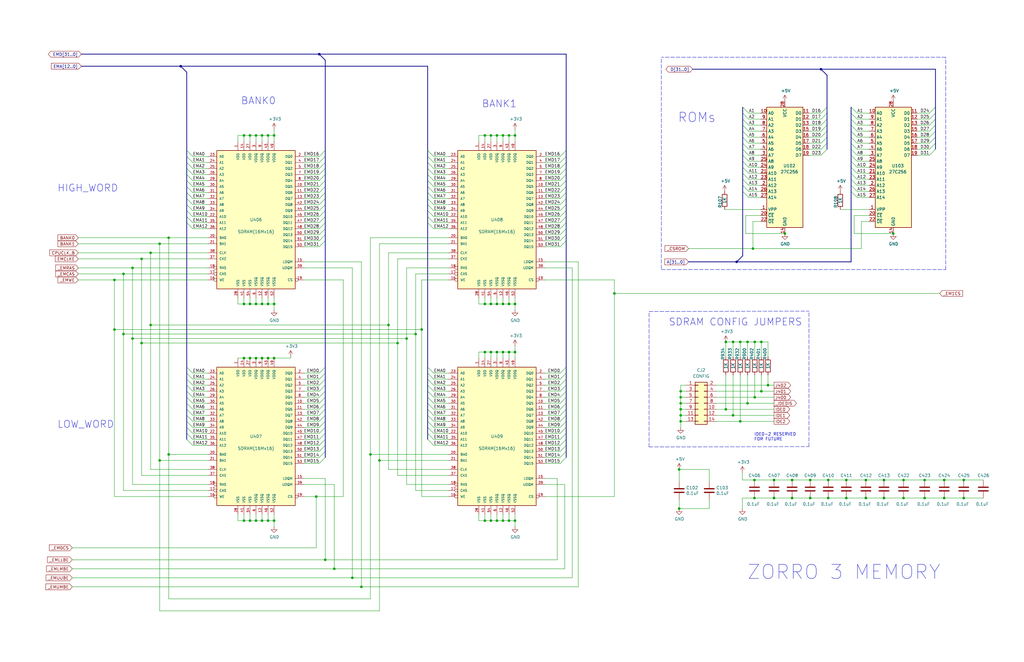
<source format=kicad_sch>
(kicad_sch (version 20231120) (generator "eeschema") (generator_version "8.0")
  (paper "B")
  (title_block (title "Amiga N2630 MC68880 PGA") (date "2024-03-24") (rev "4.1.0b"))
  (junction (at 107.95 151.13))
  (junction (at 346.202 29.21))
  (junction (at 212.09 57.15))
  (junction (at 207.01 128.27))
  (junction (at 133.35 209.55))
  (junction (at 398.145 210.185))
  (junction (at 115.57 219.71))
  (junction (at 113.03 219.71))
  (junction (at 76.2 27.94))
  (junction (at 334.01 202.565))
  (junction (at 406.4 210.185))
  (junction (at 334.01 210.185))
  (junction (at 381 202.565))
  (junction (at 175.26 140.97))
  (junction (at 312.166 177.8))
  (junction (at 71.12 191.77))
  (junction (at 306.07 144.272))
  (junction (at 115.57 57.15))
  (junction (at 110.49 219.71))
  (junction (at 140.97 240.03))
  (junction (at 318.135 210.185))
  (junction (at 55.88 142.875))
  (junction (at 318.135 202.565))
  (junction (at 365.125 202.565))
  (junction (at 398.145 202.565))
  (junction (at 372.745 210.185))
  (junction (at 321.056 144.272))
  (junction (at 107.95 219.71))
  (junction (at 321.056 165.1))
  (junction (at 381 210.185))
  (junction (at 376.682 98.552))
  (junction (at 326.39 202.565))
  (junction (at 113.03 151.13))
  (junction (at 212.09 128.27))
  (junction (at 315.214 170.18))
  (junction (at 317.5 104.902))
  (junction (at 204.47 219.71))
  (junction (at 312.166 144.272))
  (junction (at 349.25 210.185))
  (junction (at 171.45 142.875))
  (junction (at 341.63 210.185))
  (junction (at 207.01 148.59))
  (junction (at 102.87 151.13))
  (junction (at 330.962 98.552))
  (junction (at 310.642 110.49))
  (junction (at 115.57 128.27))
  (junction (at 102.87 57.15))
  (junction (at 177.8 139.065))
  (junction (at 217.17 219.71))
  (junction (at 306.07 172.72))
  (junction (at 152.4 247.65))
  (junction (at 209.55 148.59))
  (junction (at 287.02 175.26))
  (junction (at 204.47 57.15))
  (junction (at 209.55 128.27))
  (junction (at 287.02 165.1))
  (junction (at 204.47 148.59))
  (junction (at 323.85 162.56))
  (junction (at 209.55 57.15))
  (junction (at 105.41 128.27))
  (junction (at 67.31 102.87))
  (junction (at 356.87 210.185))
  (junction (at 63.5 137.16))
  (junction (at 214.63 57.15))
  (junction (at 214.63 148.59))
  (junction (at 309.118 144.272))
  (junction (at 110.49 151.13))
  (junction (at 309.118 175.26))
  (junction (at 59.69 144.78))
  (junction (at 217.17 57.15))
  (junction (at 167.64 144.78))
  (junction (at 52.07 140.97))
  (junction (at 55.88 113.03))
  (junction (at 102.87 128.27))
  (junction (at 163.83 137.16))
  (junction (at 59.69 109.22))
  (junction (at 287.02 167.64))
  (junction (at 341.63 202.565))
  (junction (at 207.01 219.71))
  (junction (at 318.262 167.64))
  (junction (at 156.21 191.77))
  (junction (at 160.02 194.31))
  (junction (at 209.55 219.71))
  (junction (at 105.41 151.13))
  (junction (at 105.41 57.15))
  (junction (at 63.5 106.68))
  (junction (at 372.745 202.565))
  (junction (at 105.41 219.71))
  (junction (at 48.26 139.065))
  (junction (at 67.31 194.31))
  (junction (at 287.02 172.72))
  (junction (at 107.95 57.15))
  (junction (at 326.39 210.185))
  (junction (at 286.385 198.12))
  (junction (at 259.08 123.825))
  (junction (at 406.4 202.565))
  (junction (at 48.26 118.11))
  (junction (at 148.59 243.84))
  (junction (at 110.49 57.15))
  (junction (at 52.07 115.57))
  (junction (at 212.09 148.59))
  (junction (at 315.214 144.272))
  (junction (at 356.87 202.565))
  (junction (at 102.87 219.71))
  (junction (at 71.12 100.33))
  (junction (at 287.02 170.18))
  (junction (at 134.62 22.86))
  (junction (at 217.17 128.27))
  (junction (at 214.63 128.27))
  (junction (at 115.57 151.13))
  (junction (at 365.125 210.185))
  (junction (at 110.49 128.27))
  (junction (at 204.47 128.27))
  (junction (at 137.16 236.22))
  (junction (at 318.262 144.272))
  (junction (at 217.17 148.59))
  (junction (at 287.02 177.8))
  (junction (at 113.03 57.15))
  (junction (at 389.89 210.185))
  (junction (at 107.95 128.27))
  (junction (at 113.03 128.27))
  (junction (at 207.01 57.15))
  (junction (at 214.63 219.71))
  (junction (at 286.385 214.63))
  (junction (at 349.25 202.565))
  (junction (at 389.89 202.565))
  (junction (at 212.09 219.71))
  (bus_entry (at 81.28 157.48) (size -2.54 -2.54))
  (bus_entry (at 236.22 83.82) (size 2.54 -2.54))
  (bus_entry (at 134.62 101.6) (size 2.54 -2.54))
  (bus_entry (at 134.62 86.36) (size 2.54 -2.54))
  (bus_entry (at 236.22 193.04) (size 2.54 -2.54))
  (bus_entry (at 236.22 172.72) (size 2.54 -2.54))
  (bus_entry (at 391.922 65.532) (size 2.54 -2.54))
  (bus_entry (at 134.62 187.96) (size 2.54 -2.54))
  (bus_entry (at 81.28 86.36) (size -2.54 -2.54))
  (bus_entry (at 391.922 52.832) (size 2.54 -2.54))
  (bus_entry (at 81.28 88.9) (size -2.54 -2.54))
  (bus_entry (at 236.22 73.66) (size 2.54 -2.54))
  (bus_entry (at 81.28 73.66) (size -2.54 -2.54))
  (bus_entry (at 134.62 193.04) (size 2.54 -2.54))
  (bus_entry (at 134.62 190.5) (size 2.54 -2.54))
  (bus_entry (at 236.22 66.04) (size 2.54 -2.54))
  (bus_entry (at 134.62 170.18) (size 2.54 -2.54))
  (bus_entry (at 134.62 88.9) (size 2.54 -2.54))
  (bus_entry (at 315.722 70.612) (size -2.54 -2.54))
  (bus_entry (at 182.88 66.04) (size -2.54 -2.54))
  (bus_entry (at 182.88 88.9) (size -2.54 -2.54))
  (bus_entry (at 182.88 180.34) (size -2.54 -2.54))
  (bus_entry (at 236.22 71.12) (size 2.54 -2.54))
  (bus_entry (at 134.62 182.88) (size 2.54 -2.54))
  (bus_entry (at 81.28 93.98) (size -2.54 -2.54))
  (bus_entry (at 361.442 47.752) (size -2.54 -2.54))
  (bus_entry (at 81.28 172.72) (size -2.54 -2.54))
  (bus_entry (at 81.28 71.12) (size -2.54 -2.54))
  (bus_entry (at 361.442 52.832) (size -2.54 -2.54))
  (bus_entry (at 361.442 55.372) (size -2.54 -2.54))
  (bus_entry (at 346.202 65.532) (size 2.54 -2.54))
  (bus_entry (at 182.88 78.74) (size -2.54 -2.54))
  (bus_entry (at 182.88 175.26) (size -2.54 -2.54))
  (bus_entry (at 182.88 187.96) (size -2.54 -2.54))
  (bus_entry (at 182.88 177.8) (size -2.54 -2.54))
  (bus_entry (at 182.88 91.44) (size -2.54 -2.54))
  (bus_entry (at 236.22 68.58) (size 2.54 -2.54))
  (bus_entry (at 315.722 47.752) (size -2.54 -2.54))
  (bus_entry (at 81.28 83.82) (size -2.54 -2.54))
  (bus_entry (at 134.62 180.34) (size 2.54 -2.54))
  (bus_entry (at 236.22 76.2) (size 2.54 -2.54))
  (bus_entry (at 182.88 170.18) (size -2.54 -2.54))
  (bus_entry (at 315.722 78.232) (size -2.54 -2.54))
  (bus_entry (at 346.202 55.372) (size 2.54 -2.54))
  (bus_entry (at 236.22 177.8) (size 2.54 -2.54))
  (bus_entry (at 361.442 83.312) (size -2.54 -2.54))
  (bus_entry (at 315.722 68.072) (size -2.54 -2.54))
  (bus_entry (at 236.22 182.88) (size 2.54 -2.54))
  (bus_entry (at 81.28 68.58) (size -2.54 -2.54))
  (bus_entry (at 81.28 165.1) (size -2.54 -2.54))
  (bus_entry (at 361.442 73.152) (size -2.54 -2.54))
  (bus_entry (at 81.28 162.56) (size -2.54 -2.54))
  (bus_entry (at 236.22 93.98) (size 2.54 -2.54))
  (bus_entry (at 81.28 187.96) (size -2.54 -2.54))
  (bus_entry (at 236.22 86.36) (size 2.54 -2.54))
  (bus_entry (at 315.722 80.772) (size -2.54 -2.54))
  (bus_entry (at 81.28 175.26) (size -2.54 -2.54))
  (bus_entry (at 236.22 165.1) (size 2.54 -2.54))
  (bus_entry (at 134.62 167.64) (size 2.54 -2.54))
  (bus_entry (at 81.28 177.8) (size -2.54 -2.54))
  (bus_entry (at 315.722 52.832) (size -2.54 -2.54))
  (bus_entry (at 134.62 78.74) (size 2.54 -2.54))
  (bus_entry (at 361.442 62.992) (size -2.54 -2.54))
  (bus_entry (at 236.22 167.64) (size 2.54 -2.54))
  (bus_entry (at 236.22 175.26) (size 2.54 -2.54))
  (bus_entry (at 361.442 65.532) (size -2.54 -2.54))
  (bus_entry (at 236.22 81.28) (size 2.54 -2.54))
  (bus_entry (at 134.62 93.98) (size 2.54 -2.54))
  (bus_entry (at 182.88 162.56) (size -2.54 -2.54))
  (bus_entry (at 236.22 180.34) (size 2.54 -2.54))
  (bus_entry (at 391.922 50.292) (size 2.54 -2.54))
  (bus_entry (at 182.88 167.64) (size -2.54 -2.54))
  (bus_entry (at 236.22 185.42) (size 2.54 -2.54))
  (bus_entry (at 134.62 73.66) (size 2.54 -2.54))
  (bus_entry (at 182.88 83.82) (size -2.54 -2.54))
  (bus_entry (at 134.62 71.12) (size 2.54 -2.54))
  (bus_entry (at 236.22 101.6) (size 2.54 -2.54))
  (bus_entry (at 134.62 160.02) (size 2.54 -2.54))
  (bus_entry (at 182.88 76.2) (size -2.54 -2.54))
  (bus_entry (at 134.62 165.1) (size 2.54 -2.54))
  (bus_entry (at 81.28 167.64) (size -2.54 -2.54))
  (bus_entry (at 236.22 190.5) (size 2.54 -2.54))
  (bus_entry (at 182.88 165.1) (size -2.54 -2.54))
  (bus_entry (at 315.722 75.692) (size -2.54 -2.54))
  (bus_entry (at 346.202 47.752) (size 2.54 -2.54))
  (bus_entry (at 134.62 68.58) (size 2.54 -2.54))
  (bus_entry (at 134.62 66.04) (size 2.54 -2.54))
  (bus_entry (at 315.722 55.372) (size -2.54 -2.54))
  (bus_entry (at 315.722 73.152) (size -2.54 -2.54))
  (bus_entry (at 81.28 96.52) (size -2.54 -2.54))
  (bus_entry (at 236.22 187.96) (size 2.54 -2.54))
  (bus_entry (at 361.442 60.452) (size -2.54 -2.54))
  (bus_entry (at 81.28 76.2) (size -2.54 -2.54))
  (bus_entry (at 134.62 91.44) (size 2.54 -2.54))
  (bus_entry (at 134.62 99.06) (size 2.54 -2.54))
  (bus_entry (at 236.22 88.9) (size 2.54 -2.54))
  (bus_entry (at 236.22 195.58) (size 2.54 -2.54))
  (bus_entry (at 182.88 182.88) (size -2.54 -2.54))
  (bus_entry (at 182.88 157.48) (size -2.54 -2.54))
  (bus_entry (at 361.442 68.072) (size -2.54 -2.54))
  (bus_entry (at 346.202 57.912) (size 2.54 -2.54))
  (bus_entry (at 134.62 96.52) (size 2.54 -2.54))
  (bus_entry (at 134.62 162.56) (size 2.54 -2.54))
  (bus_entry (at 81.28 185.42) (size -2.54 -2.54))
  (bus_entry (at 134.62 172.72) (size 2.54 -2.54))
  (bus_entry (at 236.22 96.52) (size 2.54 -2.54))
  (bus_entry (at 81.28 66.04) (size -2.54 -2.54))
  (bus_entry (at 81.28 81.28) (size -2.54 -2.54))
  (bus_entry (at 236.22 104.14) (size 2.54 -2.54))
  (bus_entry (at 236.22 78.74) (size 2.54 -2.54))
  (bus_entry (at 81.28 170.18) (size -2.54 -2.54))
  (bus_entry (at 81.28 78.74) (size -2.54 -2.54))
  (bus_entry (at 236.22 99.06) (size 2.54 -2.54))
  (bus_entry (at 315.722 83.312) (size -2.54 -2.54))
  (bus_entry (at 236.22 162.56) (size 2.54 -2.54))
  (bus_entry (at 134.62 185.42) (size 2.54 -2.54))
  (bus_entry (at 236.22 160.02) (size 2.54 -2.54))
  (bus_entry (at 182.88 185.42) (size -2.54 -2.54))
  (bus_entry (at 346.202 60.452) (size 2.54 -2.54))
  (bus_entry (at 346.202 52.832) (size 2.54 -2.54))
  (bus_entry (at 361.442 57.912) (size -2.54 -2.54))
  (bus_entry (at 134.62 83.82) (size 2.54 -2.54))
  (bus_entry (at 182.88 71.12) (size -2.54 -2.54))
  (bus_entry (at 361.442 70.612) (size -2.54 -2.54))
  (bus_entry (at 81.28 180.34) (size -2.54 -2.54))
  (bus_entry (at 236.22 157.48) (size 2.54 -2.54))
  (bus_entry (at 315.722 50.292) (size -2.54 -2.54))
  (bus_entry (at 391.922 62.992) (size 2.54 -2.54))
  (bus_entry (at 391.922 55.372) (size 2.54 -2.54))
  (bus_entry (at 134.62 177.8) (size 2.54 -2.54))
  (bus_entry (at 182.88 93.98) (size -2.54 -2.54))
  (bus_entry (at 81.28 182.88) (size -2.54 -2.54))
  (bus_entry (at 346.202 62.992) (size 2.54 -2.54))
  (bus_entry (at 315.722 57.912) (size -2.54 -2.54))
  (bus_entry (at 236.22 91.44) (size 2.54 -2.54))
  (bus_entry (at 182.88 160.02) (size -2.54 -2.54))
  (bus_entry (at 134.62 104.14) (size 2.54 -2.54))
  (bus_entry (at 391.922 60.452) (size 2.54 -2.54))
  (bus_entry (at 182.88 172.72) (size -2.54 -2.54))
  (bus_entry (at 134.62 195.58) (size 2.54 -2.54))
  (bus_entry (at 361.442 80.772) (size -2.54 -2.54))
  (bus_entry (at 315.722 65.532) (size -2.54 -2.54))
  (bus_entry (at 391.922 57.912) (size 2.54 -2.54))
  (bus_entry (at 391.922 47.752) (size 2.54 -2.54))
  (bus_entry (at 182.88 68.58) (size -2.54 -2.54))
  (bus_entry (at 134.62 81.28) (size 2.54 -2.54))
  (bus_entry (at 361.442 75.692) (size -2.54 -2.54))
  (bus_entry (at 182.88 86.36) (size -2.54 -2.54))
  (bus_entry (at 81.28 91.44) (size -2.54 -2.54))
  (bus_entry (at 346.202 50.292) (size 2.54 -2.54))
  (bus_entry (at 182.88 81.28) (size -2.54 -2.54))
  (bus_entry (at 315.722 62.992) (size -2.54 -2.54))
  (bus_entry (at 134.62 157.48) (size 2.54 -2.54))
  (bus_entry (at 361.442 50.292) (size -2.54 -2.54))
  (bus_entry (at 134.62 76.2) (size 2.54 -2.54))
  (bus_entry (at 361.442 78.232) (size -2.54 -2.54))
  (bus_entry (at 81.28 160.02) (size -2.54 -2.54))
  (bus_entry (at 134.62 175.26) (size 2.54 -2.54))
  (bus_entry (at 315.722 60.452) (size -2.54 -2.54))
  (bus_entry (at 182.88 73.66) (size -2.54 -2.54))
  (bus_entry (at 236.22 170.18) (size 2.54 -2.54))
  (bus_entry (at 182.88 96.52) (size -2.54 -2.54))
  (bus (pts (xy 238.76 22.86) (xy 238.76 63.5)))
  (bus (pts (xy 78.74 93.98) (xy 78.74 154.94)))
  (wire (pts (xy 214.63 151.13) (xy 214.63 148.59)))
  (bus (pts (xy 346.202 29.21) (xy 394.462 29.21)))
  (wire (pts (xy 128.27 71.12) (xy 134.62 71.12)))
  (wire (pts (xy 229.87 157.48) (xy 236.22 157.48)))
  (wire (pts (xy 87.63 182.88) (xy 81.28 182.88)))
  (wire (pts (xy 314.452 90.932) (xy 314.452 98.552)))
  (wire (pts (xy 128.27 68.58) (xy 134.62 68.58)))
  (wire (pts (xy 381 210.185) (xy 389.89 210.185)))
  (wire (pts (xy 167.64 144.78) (xy 167.64 200.66)))
  (wire (pts (xy 115.57 57.15) (xy 115.57 54.61)))
  (wire (pts (xy 229.87 170.18) (xy 236.22 170.18)))
  (wire (pts (xy 115.57 59.69) (xy 115.57 57.15)))
  (bus (pts (xy 238.76 66.04) (xy 238.76 68.58)))
  (wire (pts (xy 59.69 200.66) (xy 59.69 144.78)))
  (bus (pts (xy 238.76 175.26) (xy 238.76 177.8)))
  (wire (pts (xy 156.21 252.73) (xy 71.12 252.73)))
  (bus (pts (xy 313.182 47.752) (xy 313.182 50.292)))
  (wire (pts (xy 323.85 158.242) (xy 323.85 162.56)))
  (bus (pts (xy 358.902 62.992) (xy 358.902 65.532)))
  (bus (pts (xy 238.76 154.94) (xy 238.76 157.48)))
  (wire (pts (xy 189.23 160.02) (xy 182.88 160.02)))
  (bus (pts (xy 180.34 27.94) (xy 180.34 63.5)))
  (wire (pts (xy 363.22 93.472) (xy 363.22 104.902)))
  (bus (pts (xy 358.902 68.072) (xy 358.902 70.612)))
  (wire (pts (xy 321.056 158.242) (xy 321.056 165.1)))
  (wire (pts (xy 229.87 76.2) (xy 236.22 76.2)))
  (bus (pts (xy 137.16 185.42) (xy 137.16 187.96)))
  (wire (pts (xy 189.23 115.57) (xy 175.26 115.57)))
  (wire (pts (xy 386.842 52.832) (xy 391.922 52.832)))
  (bus (pts (xy 180.34 162.56) (xy 180.34 165.1)))
  (wire (pts (xy 59.69 144.78) (xy 167.64 144.78)))
  (wire (pts (xy 87.63 113.03) (xy 55.88 113.03)))
  (bus (pts (xy 238.76 99.06) (xy 238.76 101.6)))
  (wire (pts (xy 128.27 190.5) (xy 134.62 190.5)))
  (bus (pts (xy 358.902 60.452) (xy 358.902 62.992)))
  (wire (pts (xy 302.006 177.8) (xy 312.166 177.8)))
  (wire (pts (xy 289.306 172.72) (xy 287.02 172.72)))
  (bus (pts (xy 348.742 31.75) (xy 348.742 45.212)))
  (wire (pts (xy 140.97 240.03) (xy 30.48 240.03)))
  (wire (pts (xy 67.31 257.81) (xy 160.02 257.81)))
  (wire (pts (xy 100.33 57.15) (xy 102.87 57.15)))
  (wire (pts (xy 189.23 102.87) (xy 160.02 102.87)))
  (wire (pts (xy 189.23 175.26) (xy 182.88 175.26)))
  (wire (pts (xy 366.522 78.232) (xy 361.442 78.232)))
  (wire (pts (xy 67.31 194.31) (xy 67.31 102.87)))
  (wire (pts (xy 365.125 210.185) (xy 372.745 210.185)))
  (wire (pts (xy 287.02 165.1) (xy 287.02 167.64)))
  (wire (pts (xy 320.802 55.372) (xy 315.722 55.372)))
  (wire (pts (xy 167.64 109.22) (xy 167.64 144.78)))
  (wire (pts (xy 189.23 76.2) (xy 182.88 76.2)))
  (wire (pts (xy 312.166 144.272) (xy 315.214 144.272)))
  (wire (pts (xy 341.122 55.372) (xy 346.202 55.372)))
  (wire (pts (xy 320.802 62.992) (xy 315.722 62.992)))
  (wire (pts (xy 189.23 100.33) (xy 156.21 100.33)))
  (bus (pts (xy 137.16 170.18) (xy 137.16 172.72)))
  (polyline (pts (xy 398.78 113.792) (xy 398.78 24.13)) (stroke (width 0) (type dash)))
  (wire (pts (xy 52.07 115.57) (xy 87.63 115.57)))
  (wire (pts (xy 318.135 202.565) (xy 326.39 202.565)))
  (wire (pts (xy 386.842 55.372) (xy 391.922 55.372)))
  (wire (pts (xy 175.26 115.57) (xy 175.26 140.97)))
  (bus (pts (xy 137.16 157.48) (xy 137.16 160.02)))
  (bus (pts (xy 394.462 45.212) (xy 394.462 47.752)))
  (wire (pts (xy 189.23 207.01) (xy 175.26 207.01)))
  (wire (pts (xy 207.01 217.17) (xy 207.01 219.71)))
  (wire (pts (xy 87.63 78.74) (xy 81.28 78.74)))
  (wire (pts (xy 286.385 203.2) (xy 286.385 198.12)))
  (wire (pts (xy 189.23 68.58) (xy 182.88 68.58)))
  (wire (pts (xy 309.118 150.622) (xy 309.118 144.272)))
  (bus (pts (xy 238.76 165.1) (xy 238.76 167.64)))
  (bus (pts (xy 137.16 93.98) (xy 137.16 96.52)))
  (wire (pts (xy 341.122 57.912) (xy 346.202 57.912)))
  (wire (pts (xy 289.306 170.18) (xy 287.02 170.18)))
  (wire (pts (xy 128.27 81.28) (xy 134.62 81.28)))
  (wire (pts (xy 320.802 65.532) (xy 315.722 65.532)))
  (wire (pts (xy 160.02 194.31) (xy 160.02 257.81)))
  (bus (pts (xy 137.16 25.4) (xy 134.62 22.86)))
  (wire (pts (xy 321.056 144.272) (xy 323.85 144.272)))
  (bus (pts (xy 180.34 88.9) (xy 180.34 91.44)))
  (wire (pts (xy 289.306 175.26) (xy 287.02 175.26)))
  (wire (pts (xy 372.745 202.565) (xy 381 202.565)))
  (wire (pts (xy 201.93 128.27) (xy 204.47 128.27)))
  (bus (pts (xy 180.34 180.34) (xy 180.34 182.88)))
  (bus (pts (xy 134.62 22.86) (xy 238.76 22.86)))
  (wire (pts (xy 209.55 148.59) (xy 212.09 148.59)))
  (wire (pts (xy 302.006 162.56) (xy 323.85 162.56)))
  (wire (pts (xy 100.33 219.71) (xy 102.87 219.71)))
  (wire (pts (xy 128.27 170.18) (xy 134.62 170.18)))
  (wire (pts (xy 366.522 73.152) (xy 361.442 73.152)))
  (wire (pts (xy 87.63 109.22) (xy 59.69 109.22)))
  (wire (pts (xy 63.5 198.12) (xy 63.5 137.16)))
  (wire (pts (xy 201.93 125.73) (xy 201.93 128.27)))
  (bus (pts (xy 313.182 75.692) (xy 313.182 78.232)))
  (wire (pts (xy 204.47 148.59) (xy 207.01 148.59)))
  (wire (pts (xy 163.83 137.16) (xy 163.83 198.12)))
  (bus (pts (xy 180.34 71.12) (xy 180.34 73.66)))
  (wire (pts (xy 318.135 202.565) (xy 313.055 202.565)))
  (wire (pts (xy 341.122 52.832) (xy 346.202 52.832)))
  (wire (pts (xy 259.08 123.825) (xy 259.08 209.55)))
  (wire (pts (xy 299.085 198.12) (xy 299.085 203.2)))
  (wire (pts (xy 87.63 167.64) (xy 81.28 167.64)))
  (wire (pts (xy 229.87 81.28) (xy 236.22 81.28)))
  (bus (pts (xy 180.34 73.66) (xy 180.34 76.2)))
  (wire (pts (xy 229.87 113.03) (xy 241.3 113.03)))
  (bus (pts (xy 137.16 167.64) (xy 137.16 170.18)))
  (bus (pts (xy 358.902 50.292) (xy 358.902 52.832)))
  (wire (pts (xy 398.145 202.565) (xy 406.4 202.565)))
  (wire (pts (xy 189.23 88.9) (xy 182.88 88.9)))
  (wire (pts (xy 48.26 139.065) (xy 48.26 209.55)))
  (wire (pts (xy 201.93 57.15) (xy 204.47 57.15)))
  (wire (pts (xy 102.87 219.71) (xy 105.41 219.71)))
  (bus (pts (xy 180.34 182.88) (xy 180.34 185.42)))
  (wire (pts (xy 366.522 57.912) (xy 361.442 57.912)))
  (wire (pts (xy 102.87 151.13) (xy 105.41 151.13)))
  (wire (pts (xy 318.135 210.185) (xy 326.39 210.185)))
  (bus (pts (xy 137.16 91.44) (xy 137.16 93.98)))
  (wire (pts (xy 299.085 214.63) (xy 299.085 210.82)))
  (wire (pts (xy 366.522 75.692) (xy 361.442 75.692)))
  (wire (pts (xy 214.63 217.17) (xy 214.63 219.71)))
  (bus (pts (xy 180.34 76.2) (xy 180.34 78.74)))
  (wire (pts (xy 107.95 151.13) (xy 110.49 151.13)))
  (wire (pts (xy 212.09 217.17) (xy 212.09 219.71)))
  (wire (pts (xy 302.006 167.64) (xy 318.262 167.64)))
  (bus (pts (xy 137.16 182.88) (xy 137.16 185.42)))
  (bus (pts (xy 394.462 52.832) (xy 394.462 55.372)))
  (wire (pts (xy 317.5 104.902) (xy 290.322 104.902)))
  (wire (pts (xy 71.12 191.77) (xy 71.12 100.33)))
  (wire (pts (xy 320.802 47.752) (xy 315.722 47.752)))
  (wire (pts (xy 189.23 78.74) (xy 182.88 78.74)))
  (wire (pts (xy 189.23 194.31) (xy 160.02 194.31)))
  (wire (pts (xy 128.27 162.56) (xy 134.62 162.56)))
  (wire (pts (xy 234.95 201.93) (xy 234.95 236.22)))
  (wire (pts (xy 341.122 47.752) (xy 346.202 47.752)))
  (wire (pts (xy 305.562 88.392) (xy 320.802 88.392)))
  (bus (pts (xy 348.742 52.832) (xy 348.742 55.372)))
  (wire (pts (xy 214.63 219.71) (xy 217.17 219.71)))
  (bus (pts (xy 358.902 80.772) (xy 358.902 110.49)))
  (wire (pts (xy 128.27 88.9) (xy 134.62 88.9)))
  (bus (pts (xy 78.74 78.74) (xy 78.74 81.28)))
  (wire (pts (xy 229.87 83.82) (xy 236.22 83.82)))
  (wire (pts (xy 320.802 83.312) (xy 315.722 83.312)))
  (wire (pts (xy 286.385 214.63) (xy 299.085 214.63)))
  (wire (pts (xy 366.522 68.072) (xy 361.442 68.072)))
  (wire (pts (xy 105.41 125.73) (xy 105.41 128.27)))
  (bus (pts (xy 180.34 167.64) (xy 180.34 170.18)))
  (wire (pts (xy 217.17 148.59) (xy 217.17 146.05)))
  (wire (pts (xy 163.83 198.12) (xy 189.23 198.12)))
  (wire (pts (xy 189.23 96.52) (xy 182.88 96.52)))
  (bus (pts (xy 180.34 86.36) (xy 180.34 88.9)))
  (polyline (pts (xy 341.122 188.468) (xy 341.122 131.318)) (stroke (width 0) (type dash)))
  (wire (pts (xy 309.118 175.26) (xy 326.39 175.26)))
  (bus (pts (xy 180.34 91.44) (xy 180.34 93.98)))
  (wire (pts (xy 386.842 62.992) (xy 391.922 62.992)))
  (wire (pts (xy 87.63 177.8) (xy 81.28 177.8)))
  (bus (pts (xy 76.2 27.94) (xy 180.34 27.94)))
  (wire (pts (xy 229.87 99.06) (xy 236.22 99.06)))
  (wire (pts (xy 229.87 187.96) (xy 236.22 187.96)))
  (wire (pts (xy 398.145 210.185) (xy 406.4 210.185)))
  (bus (pts (xy 310.642 110.49) (xy 358.902 110.49)))
  (wire (pts (xy 189.23 170.18) (xy 182.88 170.18)))
  (wire (pts (xy 365.125 202.565) (xy 356.87 202.565)))
  (wire (pts (xy 363.22 104.902) (xy 317.5 104.902)))
  (wire (pts (xy 102.87 128.27) (xy 105.41 128.27)))
  (wire (pts (xy 48.26 118.11) (xy 33.02 118.11)))
  (wire (pts (xy 229.87 204.47) (xy 238.125 204.47)))
  (bus (pts (xy 78.74 81.28) (xy 78.74 83.82)))
  (bus (pts (xy 137.16 154.94) (xy 137.16 157.48)))
  (bus (pts (xy 238.76 182.88) (xy 238.76 185.42)))
  (wire (pts (xy 87.63 191.77) (xy 71.12 191.77)))
  (wire (pts (xy 341.122 65.532) (xy 346.202 65.532)))
  (polyline (pts (xy 278.892 113.792) (xy 398.78 113.792)) (stroke (width 0) (type dash)))
  (wire (pts (xy 238.125 240.03) (xy 238.125 204.47)))
  (wire (pts (xy 229.87 96.52) (xy 236.22 96.52)))
  (wire (pts (xy 321.056 165.1) (xy 302.006 165.1)))
  (bus (pts (xy 238.76 180.34) (xy 238.76 182.88)))
  (wire (pts (xy 381 202.565) (xy 389.89 202.565)))
  (wire (pts (xy 334.01 202.565) (xy 341.63 202.565)))
  (bus (pts (xy 238.76 162.56) (xy 238.76 165.1)))
  (bus (pts (xy 78.74 162.56) (xy 78.74 165.1)))
  (wire (pts (xy 209.55 125.73) (xy 209.55 128.27)))
  (wire (pts (xy 128.27 201.93) (xy 137.16 201.93)))
  (wire (pts (xy 63.5 137.16) (xy 63.5 106.68)))
  (wire (pts (xy 212.09 151.13) (xy 212.09 148.59)))
  (wire (pts (xy 87.63 157.48) (xy 81.28 157.48)))
  (bus (pts (xy 313.182 52.832) (xy 313.182 55.372)))
  (wire (pts (xy 52.07 207.01) (xy 52.07 140.97)))
  (bus (pts (xy 292.1 29.21) (xy 346.202 29.21)))
  (bus (pts (xy 180.34 175.26) (xy 180.34 177.8)))
  (wire (pts (xy 189.23 91.44) (xy 182.88 91.44)))
  (wire (pts (xy 128.27 175.26) (xy 134.62 175.26)))
  (wire (pts (xy 313.055 202.565) (xy 313.055 199.39)))
  (wire (pts (xy 67.31 194.31) (xy 67.31 257.81)))
  (wire (pts (xy 209.55 219.71) (xy 212.09 219.71)))
  (bus (pts (xy 358.902 65.532) (xy 358.902 68.072)))
  (wire (pts (xy 105.41 128.27) (xy 107.95 128.27)))
  (wire (pts (xy 209.55 217.17) (xy 209.55 219.71)))
  (wire (pts (xy 341.122 62.992) (xy 346.202 62.992)))
  (polyline (pts (xy 398.78 24.13) (xy 278.892 24.13)) (stroke (width 0) (type dash)))
  (wire (pts (xy 115.57 151.13) (xy 122.555 151.13)))
  (wire (pts (xy 201.93 217.17) (xy 201.93 219.71)))
  (wire (pts (xy 107.95 128.27) (xy 110.49 128.27)))
  (wire (pts (xy 386.842 50.292) (xy 391.922 50.292)))
  (bus (pts (xy 238.76 170.18) (xy 238.76 172.72)))
  (wire (pts (xy 140.97 204.47) (xy 140.97 240.03)))
  (wire (pts (xy 87.63 118.11) (xy 48.26 118.11)))
  (wire (pts (xy 209.55 151.13) (xy 209.55 148.59)))
  (wire (pts (xy 366.522 70.612) (xy 361.442 70.612)))
  (wire (pts (xy 366.522 65.532) (xy 361.442 65.532)))
  (wire (pts (xy 113.03 219.71) (xy 115.57 219.71)))
  (wire (pts (xy 87.63 81.28) (xy 81.28 81.28)))
  (wire (pts (xy 320.802 57.912) (xy 315.722 57.912)))
  (bus (pts (xy 180.34 177.8) (xy 180.34 180.34)))
  (wire (pts (xy 177.8 118.11) (xy 177.8 139.065)))
  (bus (pts (xy 313.182 80.772) (xy 313.182 107.95)))
  (wire (pts (xy 349.25 202.565) (xy 341.63 202.565)))
  (wire (pts (xy 341.63 210.185) (xy 349.25 210.185)))
  (wire (pts (xy 217.17 59.69) (xy 217.17 57.15)))
  (bus (pts (xy 238.76 172.72) (xy 238.76 175.26)))
  (wire (pts (xy 366.522 55.372) (xy 361.442 55.372)))
  (bus (pts (xy 348.742 57.912) (xy 348.742 60.452)))
  (bus (pts (xy 238.76 185.42) (xy 238.76 187.96)))
  (wire (pts (xy 115.57 219.71) (xy 115.57 222.25)))
  (bus (pts (xy 180.34 81.28) (xy 180.34 83.82)))
  (wire (pts (xy 201.93 148.59) (xy 204.47 148.59)))
  (wire (pts (xy 102.87 125.73) (xy 102.87 128.27)))
  (wire (pts (xy 229.87 190.5) (xy 236.22 190.5)))
  (wire (pts (xy 204.47 217.17) (xy 204.47 219.71)))
  (wire (pts (xy 71.12 100.33) (xy 33.02 100.33)))
  (wire (pts (xy 52.07 140.97) (xy 175.26 140.97)))
  (wire (pts (xy 189.23 66.04) (xy 182.88 66.04)))
  (bus (pts (xy 78.74 76.2) (xy 78.74 78.74)))
  (bus (pts (xy 313.182 68.072) (xy 313.182 70.612)))
  (wire (pts (xy 389.89 202.565) (xy 398.145 202.565)))
  (wire (pts (xy 217.17 128.27) (xy 217.17 125.73)))
  (bus (pts (xy 78.74 180.34) (xy 78.74 182.88)))
  (wire (pts (xy 107.95 219.71) (xy 110.49 219.71)))
  (wire (pts (xy 152.4 110.49) (xy 152.4 247.65)))
  (wire (pts (xy 229.87 165.1) (xy 236.22 165.1)))
  (wire (pts (xy 128.27 86.36) (xy 134.62 86.36)))
  (wire (pts (xy 366.522 62.992) (xy 361.442 62.992)))
  (wire (pts (xy 366.522 90.932) (xy 360.172 90.932)))
  (bus (pts (xy 137.16 63.5) (xy 137.16 66.04)))
  (wire (pts (xy 366.522 83.312) (xy 361.442 83.312)))
  (bus (pts (xy 358.902 75.692) (xy 358.902 78.232)))
  (wire (pts (xy 137.16 236.22) (xy 234.95 236.22)))
  (wire (pts (xy 315.214 144.272) (xy 318.262 144.272)))
  (wire (pts (xy 229.87 91.44) (xy 236.22 91.44)))
  (bus (pts (xy 78.74 66.04) (xy 78.74 68.58)))
  (wire (pts (xy 102.87 57.15) (xy 105.41 57.15)))
  (wire (pts (xy 286.385 210.82) (xy 286.385 214.63)))
  (wire (pts (xy 189.23 180.34) (xy 182.88 180.34)))
  (bus (pts (xy 34.29 27.94) (xy 76.2 27.94)))
  (wire (pts (xy 302.006 170.18) (xy 315.214 170.18)))
  (bus (pts (xy 78.74 73.66) (xy 78.74 76.2)))
  (bus (pts (xy 137.16 187.96) (xy 137.16 190.5)))
  (wire (pts (xy 287.02 175.26) (xy 287.02 177.8)))
  (bus (pts (xy 78.74 160.02) (xy 78.74 162.56)))
  (wire (pts (xy 189.23 187.96) (xy 182.88 187.96)))
  (bus (pts (xy 78.74 91.44) (xy 78.74 93.98)))
  (wire (pts (xy 189.23 185.42) (xy 182.88 185.42)))
  (bus (pts (xy 137.16 175.26) (xy 137.16 177.8)))
  (bus (pts (xy 313.182 70.612) (xy 313.182 73.152)))
  (bus (pts (xy 137.16 160.02) (xy 137.16 162.56)))
  (wire (pts (xy 302.006 172.72) (xy 306.07 172.72)))
  (wire (pts (xy 189.23 113.03) (xy 171.45 113.03)))
  (wire (pts (xy 87.63 76.2) (xy 81.28 76.2)))
  (wire (pts (xy 87.63 160.02) (xy 81.28 160.02)))
  (wire (pts (xy 214.63 59.69) (xy 214.63 57.15)))
  (wire (pts (xy 171.45 142.875) (xy 171.45 204.47)))
  (bus (pts (xy 313.182 62.992) (xy 313.182 65.532)))
  (bus (pts (xy 348.742 47.752) (xy 348.742 50.292)))
  (wire (pts (xy 320.802 75.692) (xy 315.722 75.692)))
  (bus (pts (xy 78.74 63.5) (xy 78.74 66.04)))
  (wire (pts (xy 287.02 162.56) (xy 287.02 165.1)))
  (wire (pts (xy 320.802 93.472) (xy 317.5 93.472)))
  (wire (pts (xy 207.01 59.69) (xy 207.01 57.15)))
  (wire (pts (xy 306.07 144.272) (xy 309.118 144.272)))
  (wire (pts (xy 366.522 93.472) (xy 363.22 93.472)))
  (wire (pts (xy 229.87 185.42) (xy 236.22 185.42)))
  (wire (pts (xy 189.23 165.1) (xy 182.88 165.1)))
  (wire (pts (xy 406.4 202.565) (xy 414.655 202.565)))
  (wire (pts (xy 320.802 73.152) (xy 315.722 73.152)))
  (wire (pts (xy 87.63 86.36) (xy 81.28 86.36)))
  (wire (pts (xy 87.63 93.98) (xy 81.28 93.98)))
  (wire (pts (xy 212.09 57.15) (xy 214.63 57.15)))
  (wire (pts (xy 204.47 128.27) (xy 207.01 128.27)))
  (wire (pts (xy 229.87 177.8) (xy 236.22 177.8)))
  (wire (pts (xy 113.03 125.73) (xy 113.03 128.27)))
  (bus (pts (xy 313.182 60.452) (xy 313.182 62.992)))
  (bus (pts (xy 238.76 96.52) (xy 238.76 99.06)))
  (wire (pts (xy 156.21 100.33) (xy 156.21 191.77)))
  (wire (pts (xy 318.262 167.64) (xy 326.39 167.64)))
  (wire (pts (xy 87.63 162.56) (xy 81.28 162.56)))
  (wire (pts (xy 229.87 88.9) (xy 236.22 88.9)))
  (bus (pts (xy 358.902 52.832) (xy 358.902 55.372)))
  (wire (pts (xy 105.41 151.13) (xy 107.95 151.13)))
  (wire (pts (xy 52.07 140.97) (xy 52.07 115.57)))
  (wire (pts (xy 207.01 125.73) (xy 207.01 128.27)))
  (wire (pts (xy 212.09 148.59) (xy 214.63 148.59)))
  (wire (pts (xy 229.87 175.26) (xy 236.22 175.26)))
  (wire (pts (xy 137.16 236.22) (xy 30.48 236.22)))
  (bus (pts (xy 238.76 157.48) (xy 238.76 160.02)))
  (wire (pts (xy 287.02 170.18) (xy 287.02 172.72)))
  (wire (pts (xy 110.49 151.13) (xy 113.03 151.13)))
  (bus (pts (xy 137.16 162.56) (xy 137.16 165.1)))
  (bus (pts (xy 358.902 45.212) (xy 358.902 47.752)))
  (wire (pts (xy 110.49 128.27) (xy 113.03 128.27)))
  (wire (pts (xy 115.57 128.27) (xy 115.57 130.81)))
  (polyline (pts (xy 273.685 131.445) (xy 341.122 131.318)) (stroke (width 0) (type dash)))
  (bus (pts (xy 394.462 60.452) (xy 394.462 62.992)))
  (bus (pts (xy 78.74 71.12) (xy 78.74 73.66)))
  (wire (pts (xy 175.26 140.97) (xy 175.26 207.01)))
  (wire (pts (xy 33.02 115.57) (xy 52.07 115.57)))
  (bus (pts (xy 34.29 22.86) (xy 134.62 22.86)))
  (wire (pts (xy 163.83 137.16) (xy 63.5 137.16)))
  (bus (pts (xy 78.74 30.48) (xy 76.2 27.94)))
  (wire (pts (xy 113.03 217.17) (xy 113.03 219.71)))
  (wire (pts (xy 209.55 57.15) (xy 212.09 57.15)))
  (wire (pts (xy 229.87 71.12) (xy 236.22 71.12)))
  (bus (pts (xy 358.902 55.372) (xy 358.902 57.912)))
  (wire (pts (xy 212.09 128.27) (xy 214.63 128.27)))
  (bus (pts (xy 358.902 70.612) (xy 358.902 73.152)))
  (bus (pts (xy 238.76 73.66) (xy 238.76 76.2)))
  (wire (pts (xy 217.17 219.71) (xy 217.17 217.17)))
  (wire (pts (xy 201.93 59.69) (xy 201.93 57.15)))
  (wire (pts (xy 229.87 193.04) (xy 236.22 193.04)))
  (wire (pts (xy 189.23 118.11) (xy 177.8 118.11)))
  (wire (pts (xy 318.135 210.185) (xy 313.055 210.185)))
  (wire (pts (xy 152.4 247.65) (xy 30.48 247.65)))
  (wire (pts (xy 128.27 180.34) (xy 134.62 180.34)))
  (wire (pts (xy 100.33 217.17) (xy 100.33 219.71)))
  (wire (pts (xy 214.63 125.73) (xy 214.63 128.27)))
  (wire (pts (xy 306.07 158.242) (xy 306.07 172.72)))
  (wire (pts (xy 318.262 158.242) (xy 318.262 167.64)))
  (wire (pts (xy 113.03 59.69) (xy 113.03 57.15)))
  (wire (pts (xy 148.59 243.84) (xy 30.48 243.84)))
  (wire (pts (xy 323.85 150.622) (xy 323.85 144.272)))
  (wire (pts (xy 128.27 185.42) (xy 134.62 185.42)))
  (bus (pts (xy 180.34 160.02) (xy 180.34 162.56)))
  (wire (pts (xy 354.33 88.392) (xy 366.522 88.392)))
  (bus (pts (xy 78.74 177.8) (xy 78.74 180.34)))
  (bus (pts (xy 238.76 88.9) (xy 238.76 91.44)))
  (wire (pts (xy 201.93 219.71) (xy 204.47 219.71)))
  (wire (pts (xy 144.78 209.55) (xy 144.78 118.11)))
  (wire (pts (xy 107.95 59.69) (xy 107.95 57.15)))
  (wire (pts (xy 217.17 57.15) (xy 217.17 54.61)))
  (wire (pts (xy 128.27 96.52) (xy 134.62 96.52)))
  (wire (pts (xy 87.63 102.87) (xy 67.31 102.87)))
  (wire (pts (xy 113.03 128.27) (xy 115.57 128.27)))
  (wire (pts (xy 229.87 180.34) (xy 236.22 180.34)))
  (wire (pts (xy 55.88 113.03) (xy 33.02 113.03)))
  (wire (pts (xy 87.63 198.12) (xy 63.5 198.12)))
  (bus (pts (xy 180.34 63.5) (xy 180.34 66.04)))
  (bus (pts (xy 238.76 101.6) (xy 238.76 154.94)))
  (wire (pts (xy 287.02 167.64) (xy 287.02 170.18)))
  (wire (pts (xy 133.35 209.55) (xy 144.78 209.55)))
  (wire (pts (xy 87.63 172.72) (xy 81.28 172.72)))
  (wire (pts (xy 189.23 93.98) (xy 182.88 93.98)))
  (wire (pts (xy 229.87 182.88) (xy 236.22 182.88)))
  (bus (pts (xy 137.16 88.9) (xy 137.16 91.44)))
  (wire (pts (xy 229.87 209.55) (xy 259.08 209.55)))
  (bus (pts (xy 394.462 50.292) (xy 394.462 52.832)))
  (wire (pts (xy 128.27 182.88) (xy 134.62 182.88)))
  (bus (pts (xy 394.462 55.372) (xy 394.462 57.912)))
  (bus (pts (xy 180.34 157.48) (xy 180.34 160.02)))
  (wire (pts (xy 306.07 172.72) (xy 326.39 172.72)))
  (wire (pts (xy 315.214 170.18) (xy 326.39 170.18)))
  (wire (pts (xy 87.63 165.1) (xy 81.28 165.1)))
  (polyline (pts (xy 278.892 24.892) (xy 278.892 113.792)) (stroke (width 0) (type dash)))
  (wire (pts (xy 287.02 172.72) (xy 287.02 175.26)))
  (wire (pts (xy 341.122 50.292) (xy 346.202 50.292)))
  (bus (pts (xy 137.16 96.52) (xy 137.16 99.06)))
  (wire (pts (xy 366.522 60.452) (xy 361.442 60.452)))
  (wire (pts (xy 214.63 128.27) (xy 217.17 128.27)))
  (bus (pts (xy 348.742 45.212) (xy 348.742 47.752)))
  (wire (pts (xy 177.8 139.065) (xy 48.26 139.065)))
  (bus (pts (xy 238.76 93.98) (xy 238.76 96.52)))
  (bus (pts (xy 238.76 63.5) (xy 238.76 66.04)))
  (wire (pts (xy 87.63 200.66) (xy 59.69 200.66)))
  (bus (pts (xy 78.74 83.82) (xy 78.74 86.36)))
  (wire (pts (xy 386.842 47.752) (xy 391.922 47.752)))
  (wire (pts (xy 110.49 217.17) (xy 110.49 219.71)))
  (wire (pts (xy 105.41 217.17) (xy 105.41 219.71)))
  (wire (pts (xy 63.5 106.68) (xy 33.02 106.68)))
  (wire (pts (xy 189.23 106.68) (xy 163.83 106.68)))
  (wire (pts (xy 309.118 158.242) (xy 309.118 175.26)))
  (wire (pts (xy 309.118 144.272) (xy 312.166 144.272)))
  (wire (pts (xy 128.27 187.96) (xy 134.62 187.96)))
  (wire (pts (xy 366.522 50.292) (xy 361.442 50.292)))
  (wire (pts (xy 163.83 106.68) (xy 163.83 137.16)))
  (wire (pts (xy 349.25 210.185) (xy 356.87 210.185)))
  (bus (pts (xy 238.76 160.02) (xy 238.76 162.56)))
  (wire (pts (xy 128.27 113.03) (xy 148.59 113.03)))
  (bus (pts (xy 78.74 165.1) (xy 78.74 167.64)))
  (bus (pts (xy 137.16 81.28) (xy 137.16 83.82)))
  (wire (pts (xy 313.055 210.185) (xy 313.055 214.63)))
  (wire (pts (xy 87.63 187.96) (xy 81.28 187.96)))
  (bus (pts (xy 348.742 50.292) (xy 348.742 52.832)))
  (wire (pts (xy 229.87 78.74) (xy 236.22 78.74)))
  (bus (pts (xy 180.34 93.98) (xy 180.34 154.94)))
  (bus (pts (xy 180.34 170.18) (xy 180.34 172.72)))
  (wire (pts (xy 229.87 195.58) (xy 236.22 195.58)))
  (bus (pts (xy 137.16 86.36) (xy 137.16 88.9)))
  (wire (pts (xy 259.08 123.825) (xy 396.24 123.825)))
  (wire (pts (xy 189.23 191.77) (xy 156.21 191.77)))
  (wire (pts (xy 287.02 177.8) (xy 287.02 180.34)))
  (wire (pts (xy 87.63 66.04) (xy 81.28 66.04)))
  (wire (pts (xy 360.172 90.932) (xy 360.172 98.552)))
  (wire (pts (xy 229.87 118.11) (xy 259.08 118.11)))
  (wire (pts (xy 320.802 52.832) (xy 315.722 52.832)))
  (wire (pts (xy 229.87 101.6) (xy 236.22 101.6)))
  (wire (pts (xy 189.23 71.12) (xy 182.88 71.12)))
  (wire (pts (xy 87.63 180.34) (xy 81.28 180.34)))
  (bus (pts (xy 78.74 157.48) (xy 78.74 160.02)))
  (bus (pts (xy 238.76 187.96) (xy 238.76 190.5)))
  (wire (pts (xy 229.87 66.04) (xy 236.22 66.04)))
  (wire (pts (xy 128.27 76.2) (xy 134.62 76.2)))
  (bus (pts (xy 137.16 190.5) (xy 137.16 193.04)))
  (wire (pts (xy 148.59 113.03) (xy 148.59 243.84)))
  (wire (pts (xy 152.4 247.65) (xy 243.84 247.65)))
  (bus (pts (xy 358.902 78.232) (xy 358.902 80.772)))
  (bus (pts (xy 78.74 167.64) (xy 78.74 170.18)))
  (wire (pts (xy 107.95 217.17) (xy 107.95 219.71)))
  (bus (pts (xy 78.74 88.9) (xy 78.74 91.44)))
  (bus (pts (xy 313.182 73.152) (xy 313.182 75.692)))
  (wire (pts (xy 214.63 148.59) (xy 217.17 148.59)))
  (wire (pts (xy 209.55 128.27) (xy 212.09 128.27)))
  (wire (pts (xy 105.41 219.71) (xy 107.95 219.71)))
  (wire (pts (xy 59.69 144.78) (xy 59.69 109.22)))
  (bus (pts (xy 137.16 71.12) (xy 137.16 73.66)))
  (bus (pts (xy 238.76 86.36) (xy 238.76 88.9)))
  (bus (pts (xy 137.16 25.4) (xy 137.16 63.5)))
  (wire (pts (xy 128.27 78.74) (xy 134.62 78.74)))
  (wire (pts (xy 55.88 142.875) (xy 171.45 142.875)))
  (wire (pts (xy 189.23 162.56) (xy 182.88 162.56)))
  (bus (pts (xy 137.16 177.8) (xy 137.16 180.34)))
  (wire (pts (xy 217.17 219.71) (xy 217.17 222.25)))
  (bus (pts (xy 78.74 30.48) (xy 78.74 63.5)))
  (bus (pts (xy 238.76 78.74) (xy 238.76 81.28)))
  (wire (pts (xy 212.09 59.69) (xy 212.09 57.15)))
  (wire (pts (xy 128.27 167.64) (xy 134.62 167.64)))
  (wire (pts (xy 87.63 106.68) (xy 63.5 106.68)))
  (wire (pts (xy 212.09 219.71) (xy 214.63 219.71)))
  (wire (pts (xy 160.02 102.87) (xy 160.02 194.31)))
  (bus (pts (xy 137.16 78.74) (xy 137.16 81.28)))
  (wire (pts (xy 201.93 151.13) (xy 201.93 148.59)))
  (wire (pts (xy 107.95 125.73) (xy 107.95 128.27)))
  (wire (pts (xy 128.27 110.49) (xy 152.4 110.49)))
  (wire (pts (xy 204.47 59.69) (xy 204.47 57.15)))
  (wire (pts (xy 128.27 165.1) (xy 134.62 165.1)))
  (wire (pts (xy 87.63 204.47) (xy 55.88 204.47)))
  (bus (pts (xy 313.182 50.292) (xy 313.182 52.832)))
  (bus (pts (xy 180.34 154.94) (xy 180.34 157.48)))
  (wire (pts (xy 217.17 128.27) (xy 217.17 130.81)))
  (wire (pts (xy 189.23 73.66) (xy 182.88 73.66)))
  (wire (pts (xy 323.85 162.56) (xy 326.39 162.56)))
  (wire (pts (xy 306.07 150.622) (xy 306.07 144.272)))
  (wire (pts (xy 259.08 118.11) (xy 259.08 123.825)))
  (wire (pts (xy 128.27 195.58) (xy 134.62 195.58)))
  (wire (pts (xy 366.522 47.752) (xy 361.442 47.752)))
  (wire (pts (xy 189.23 83.82) (xy 182.88 83.82)))
  (wire (pts (xy 140.97 240.03) (xy 238.125 240.03)))
  (wire (pts (xy 105.41 57.15) (xy 107.95 57.15)))
  (bus (pts (xy 180.34 78.74) (xy 180.34 81.28)))
  (bus (pts (xy 358.902 73.152) (xy 358.902 75.692)))
  (wire (pts (xy 128.27 83.82) (xy 134.62 83.82)))
  (wire (pts (xy 128.27 99.06) (xy 134.62 99.06)))
  (wire (pts (xy 128.27 157.48) (xy 134.62 157.48)))
  (wire (pts (xy 360.172 98.552) (xy 376.682 98.552)))
  (wire (pts (xy 207.01 57.15) (xy 209.55 57.15)))
  (wire (pts (xy 87.63 170.18) (xy 81.28 170.18)))
  (bus (pts (xy 238.76 83.82) (xy 238.76 86.36)))
  (wire (pts (xy 189.23 172.72) (xy 182.88 172.72)))
  (wire (pts (xy 110.49 59.69) (xy 110.49 57.15)))
  (bus (pts (xy 394.462 29.21) (xy 394.462 45.212)))
  (wire (pts (xy 207.01 151.13) (xy 207.01 148.59)))
  (wire (pts (xy 100.33 128.27) (xy 102.87 128.27)))
  (wire (pts (xy 312.166 150.622) (xy 312.166 144.272)))
  (bus (pts (xy 313.182 45.212) (xy 313.182 47.752)))
  (wire (pts (xy 229.87 104.14) (xy 236.22 104.14)))
  (wire (pts (xy 189.23 204.47) (xy 171.45 204.47)))
  (wire (pts (xy 189.23 200.66) (xy 167.64 200.66)))
  (wire (pts (xy 320.802 90.932) (xy 314.452 90.932)))
  (wire (pts (xy 229.87 167.64) (xy 236.22 167.64)))
  (wire (pts (xy 100.33 59.69) (xy 100.33 57.15)))
  (wire (pts (xy 334.01 210.185) (xy 341.63 210.185)))
  (polyline (pts (xy 273.685 132.08) (xy 273.685 188.595)) (stroke (width 0) (type dash)))
  (bus (pts (xy 290.322 110.49) (xy 310.642 110.49)))
  (bus (pts (xy 394.462 57.912) (xy 394.462 60.452)))
  (wire (pts (xy 87.63 209.55) (xy 48.26 209.55)))
  (bus (pts (xy 310.642 110.49) (xy 313.182 107.95)))
  (wire (pts (xy 122.555 151.13) (xy 122.555 150.495)))
  (bus (pts (xy 78.74 172.72) (xy 78.74 175.26)))
  (wire (pts (xy 87.63 88.9) (xy 81.28 88.9)))
  (wire (pts (xy 189.23 157.48) (xy 182.88 157.48)))
  (bus (pts (xy 78.74 154.94) (xy 78.74 157.48)))
  (wire (pts (xy 171.45 113.03) (xy 171.45 142.875)))
  (wire (pts (xy 128.27 177.8) (xy 134.62 177.8)))
  (bus (pts (xy 313.182 78.232) (xy 313.182 80.772)))
  (bus (pts (xy 180.34 172.72) (xy 180.34 175.26)))
  (bus (pts (xy 180.34 68.58) (xy 180.34 71.12)))
  (wire (pts (xy 87.63 185.42) (xy 81.28 185.42)))
  (bus (pts (xy 238.76 177.8) (xy 238.76 180.34)))
  (wire (pts (xy 156.21 191.77) (xy 156.21 252.73)))
  (bus (pts (xy 78.74 68.58) (xy 78.74 71.12)))
  (wire (pts (xy 102.87 217.17) (xy 102.87 219.71)))
  (bus (pts (xy 137.16 165.1) (xy 137.16 167.64)))
  (wire (pts (xy 128.27 104.14) (xy 134.62 104.14)))
  (bus (pts (xy 180.34 165.1) (xy 180.34 167.64)))
  (wire (pts (xy 189.23 209.55) (xy 177.8 209.55)))
  (wire (pts (xy 312.166 177.8) (xy 326.39 177.8)))
  (wire (pts (xy 102.87 59.69) (xy 102.87 57.15)))
  (wire (pts (xy 204.47 151.13) (xy 204.47 148.59)))
  (wire (pts (xy 128.27 93.98) (xy 134.62 93.98)))
  (bus (pts (xy 313.182 55.372) (xy 313.182 57.912)))
  (wire (pts (xy 133.35 231.14) (xy 30.48 231.14)))
  (bus (pts (xy 137.16 101.6) (xy 137.16 154.94)))
  (bus (pts (xy 238.76 76.2) (xy 238.76 78.74)))
  (wire (pts (xy 320.802 50.292) (xy 315.722 50.292)))
  (bus (pts (xy 313.182 65.532) (xy 313.182 68.072)))
  (wire (pts (xy 302.006 175.26) (xy 309.118 175.26)))
  (wire (pts (xy 312.166 158.242) (xy 312.166 177.8)))
  (wire (pts (xy 189.23 182.88) (xy 182.88 182.88)))
  (wire (pts (xy 128.27 160.02) (xy 134.62 160.02)))
  (bus (pts (xy 137.16 172.72) (xy 137.16 175.26)))
  (wire (pts (xy 113.03 57.15) (xy 115.57 57.15)))
  (wire (pts (xy 320.802 68.072) (xy 315.722 68.072)))
  (wire (pts (xy 144.78 118.11) (xy 128.27 118.11)))
  (wire (pts (xy 289.306 177.8) (xy 287.02 177.8)))
  (wire (pts (xy 128.27 101.6) (xy 134.62 101.6)))
  (wire (pts (xy 229.87 201.93) (xy 234.95 201.93)))
  (wire (pts (xy 229.87 73.66) (xy 236.22 73.66)))
  (wire (pts (xy 133.35 209.55) (xy 133.35 231.14)))
  (bus (pts (xy 78.74 182.88) (xy 78.74 185.42)))
  (bus (pts (xy 238.76 190.5) (xy 238.76 193.04)))
  (wire (pts (xy 128.27 172.72) (xy 134.62 172.72)))
  (wire (pts (xy 128.27 91.44) (xy 134.62 91.44)))
  (bus (pts (xy 238.76 71.12) (xy 238.76 73.66)))
  (wire (pts (xy 289.306 165.1) (xy 287.02 165.1)))
  (bus (pts (xy 78.74 86.36) (xy 78.74 88.9)))
  (bus (pts (xy 137.16 73.66) (xy 137.16 76.2)))
  (wire (pts (xy 243.84 247.65) (xy 243.84 110.49)))
  (wire (pts (xy 71.12 191.77) (xy 71.12 252.73)))
  (wire (pts (xy 229.87 86.36) (xy 236.22 86.36)))
  (wire (pts (xy 207.01 128.27) (xy 209.55 128.27)))
  (wire (pts (xy 67.31 102.87) (xy 33.02 102.87)))
  (bus (pts (xy 180.34 83.82) (xy 180.34 86.36)))
  (wire (pts (xy 229.87 110.49) (xy 243.84 110.49)))
  (wire (pts (xy 229.87 162.56) (xy 236.22 162.56)))
  (wire (pts (xy 87.63 73.66) (xy 81.28 73.66)))
  (bus (pts (xy 137.16 180.34) (xy 137.16 182.88)))
  (bus (pts (xy 238.76 68.58) (xy 238.76 71.12)))
  (wire (pts (xy 87.63 71.12) (xy 81.28 71.12)))
  (wire (pts (xy 48.26 118.11) (xy 48.26 139.065)))
  (wire (pts (xy 229.87 68.58) (xy 236.22 68.58)))
  (wire (pts (xy 386.842 57.912) (xy 391.922 57.912)))
  (wire (pts (xy 128.27 66.04) (xy 134.62 66.04)))
  (wire (pts (xy 320.802 78.232) (xy 315.722 78.232)))
  (bus (pts (xy 238.76 81.28) (xy 238.76 83.82)))
  (wire (pts (xy 289.306 162.56) (xy 287.02 162.56)))
  (wire (pts (xy 55.88 204.47) (xy 55.88 142.875)))
  (wire (pts (xy 318.262 144.272) (xy 321.056 144.272)))
  (wire (pts (xy 229.87 160.02) (xy 236.22 160.02)))
  (wire (pts (xy 320.802 60.452) (xy 315.722 60.452)))
  (wire (pts (xy 326.39 202.565) (xy 334.01 202.565)))
  (wire (pts (xy 189.23 81.28) (xy 182.88 81.28)))
  (wire (pts (xy 87.63 175.26) (xy 81.28 175.26)))
  (wire (pts (xy 389.89 210.185) (xy 398.145 210.185)))
  (wire (pts (xy 87.63 83.82) (xy 81.28 83.82)))
  (wire (pts (xy 320.802 80.772) (xy 315.722 80.772)))
  (wire (pts (xy 356.87 210.185) (xy 365.125 210.185)))
  (wire (pts (xy 229.87 172.72) (xy 236.22 172.72)))
  (wire (pts (xy 55.88 142.875) (xy 55.88 113.03)))
  (wire (pts (xy 148.59 243.84) (xy 241.3 243.84)))
  (bus (pts (xy 137.16 99.06) (xy 137.16 101.6)))
  (wire (pts (xy 137.16 201.93) (xy 137.16 236.22)))
  (wire (pts (xy 317.5 93.472) (xy 317.5 104.902)))
  (wire (pts (xy 189.23 86.36) (xy 182.88 86.36)))
  (bus (pts (xy 348.742 55.372) (xy 348.742 57.912)))
  (wire (pts (xy 209.55 59.69) (xy 209.55 57.15)))
  (bus (pts (xy 137.16 76.2) (xy 137.16 78.74)))
  (wire (pts (xy 321.056 165.1) (xy 326.39 165.1)))
  (wire (pts (xy 314.452 98.552) (xy 330.962 98.552)))
  (wire (pts (xy 115.57 128.27) (xy 115.57 125.73)))
  (wire (pts (xy 315.214 150.622) (xy 315.214 144.272)))
  (wire (pts (xy 128.27 193.04) (xy 134.62 193.04)))
  (wire (pts (xy 177.8 139.065) (xy 177.8 209.55)))
  (bus (pts (xy 358.902 47.752) (xy 358.902 50.292)))
  (wire (pts (xy 241.3 243.84) (xy 241.3 113.03)))
  (wire (pts (xy 87.63 96.52) (xy 81.28 96.52)))
  (wire (pts (xy 229.87 93.98) (xy 236.22 93.98)))
  (bus (pts (xy 137.16 68.58) (xy 137.16 71.12)))
  (wire (pts (xy 207.01 148.59) (xy 209.55 148.59)))
  (wire (pts (xy 128.27 73.66) (xy 134.62 73.66)))
  (wire (pts (xy 318.262 150.622) (xy 318.262 144.272)))
  (wire (pts (xy 87.63 194.31) (xy 67.31 194.31)))
  (wire (pts (xy 115.57 219.71) (xy 115.57 217.17)))
  (bus (pts (xy 348.742 60.452) (xy 348.742 62.992)))
  (wire (pts (xy 204.47 125.73) (xy 204.47 128.27)))
  (wire (pts (xy 189.23 177.8) (xy 182.88 177.8)))
  (wire (pts (xy 128.27 209.55) (xy 133.35 209.55)))
  (wire (pts (xy 110.49 219.71) (xy 113.03 219.71)))
  (wire (pts (xy 87.63 100.33) (xy 71.12 100.33)))
  (wire (pts (xy 204.47 219.71) (xy 207.01 219.71)))
  (wire (pts (xy 406.4 210.185) (xy 414.655 210.185)))
  (bus (pts (xy 137.16 83.82) (xy 137.16 86.36)))
  (bus (pts (xy 238.76 167.64) (xy 238.76 170.18)))
  (wire (pts (xy 366.522 52.832) (xy 361.442 52.832)))
  (wire (pts (xy 214.63 57.15) (xy 217.17 57.15)))
  (wire (pts (xy 372.745 210.185) (xy 381 210.185)))
  (wire (pts (xy 366.522 80.772) (xy 361.442 80.772)))
  (polyline (pts (xy 273.685 188.595) (xy 341.122 188.468)) (stroke (width 0) (type dash)))
  (wire (pts (xy 189.23 109.22) (xy 167.64 109.22)))
  (wire (pts (xy 87.63 91.44) (xy 81.28 91.44)))
  (wire (pts (xy 207.01 219.71) (xy 209.55 219.71)))
  (wire (pts (xy 372.745 202.565) (xy 365.125 202.565)))
  (wire (pts (xy 100.33 125.73) (xy 100.33 128.27)))
  (bus (pts (xy 78.74 175.26) (xy 78.74 177.8)))
  (wire (pts (xy 326.39 210.185) (xy 334.01 210.185)))
  (wire (pts (xy 320.802 70.612) (xy 315.722 70.612)))
  (wire (pts (xy 386.842 60.452) (xy 391.922 60.452)))
  (bus (pts (xy 394.462 47.752) (xy 394.462 50.292)))
  (wire (pts (xy 217.17 151.13) (xy 217.17 148.59)))
  (wire (pts (xy 356.87 202.565) (xy 349.25 202.565)))
  (wire (pts (xy 107.95 57.15) (xy 110.49 57.15)))
  (wire (pts (xy 212.09 125.73) (xy 212.09 128.27)))
  (bus (pts (xy 78.74 170.18) (xy 78.74 172.72)))
  (wire (pts (xy 110.49 125.73) (xy 110.49 128.27)))
  (wire (pts (xy 110.49 57.15) (xy 113.03 57.15)))
  (wire (pts (xy 100.33 151.13) (xy 102.87 151.13)))
  (wire (pts (xy 87.63 207.01) (xy 52.07 207.01)))
  (wire (pts (xy 105.41 59.69) (xy 105.41 57.15)))
  (wire (pts (xy 289.306 167.64) (xy 287.02 167.64)))
  (bus (pts (xy 137.16 66.04) (xy 137.16 68.58)))
  (bus (pts (xy 180.34 66.04) (xy 180.34 68.58)))
  (bus (pts (xy 358.902 57.912) (xy 358.902 60.452)))
  (wire (pts (xy 204.47 57.15) (xy 207.01 57.15)))
  (wire (pts (xy 321.056 150.622) (xy 321.056 144.272)))
  (bus (pts (xy 313.182 57.912) (xy 313.182 60.452)))
  (wire (pts (xy 341.122 60.452) (xy 346.202 60.452)))
  (bus (pts (xy 238.76 91.44) (xy 238.76 93.98)))
  (wire (pts (xy 189.23 167.64) (xy 182.88 167.64)))
  (bus (pts (xy 346.202 29.21) (xy 348.742 31.75)))
  (wire (pts (xy 59.69 109.22) (xy 33.02 109.22)))
  (wire (pts (xy 128.27 204.47) (xy 140.97 204.47)))
  (wire (pts (xy 113.03 151.13) (xy 115.57 151.13)))
  (wire (pts (xy 386.842 65.532) (xy 391.922 65.532)))
  (wire (pts (xy 315.214 158.242) (xy 315.214 170.18)))
  (wire (pts (xy 87.63 68.58) (xy 81.28 68.58)))
  (wire (pts (xy 286.385 198.12) (xy 299.085 198.12)))
  (text "ZORRO 3 MEMORY" (at 314.96 245.11 0) (effects (font (size 5.9944 5.9944)) (justify left bottom)))
  (text "IDE0-2 RESERVED\nFOR FUTURE" (at 318.008 186.182 0) (effects (font (size 1.27 1.27)) (justify left bottom)))
  (text "SDRAM CONFIG JUMPERS" (at 281.94 137.795 0) (effects (font (size 3 3)) (justify left bottom)))
  (text "HIGH_WORD" (at 24.13 81.28 0) (effects (font (size 2.9972 2.9972)) (justify left bottom)))
  (text "BANK1" (at 203.2 45.72 0) (effects (font (size 2.9972 2.9972)) (justify left bottom)))
  (text "BANK0" (at 101.6 44.45 0) (effects (font (size 2.9972 2.9972)) (justify left bottom)))
  (text "ROMs" (at 285.75 52.07 0) (effects (font (size 3.9878 3.9878)) (justify left bottom)))
  (text "LOW_WORD" (at 24.13 180.975 0) (effects (font (size 2.9972 2.9972)) (justify left bottom)))
  (label "EMA2" (at 182.88 162.56 0))
  (label "EMD6" (at 236.22 172.72 180))
  (label "EMA2" (at 81.28 71.12 0))
  (label "EMD0" (at 134.62 157.48 180))
  (label "A1" (at 315.722 47.752 0))
  (label "EMD22" (at 134.62 81.28 180))
  (label "A9" (at 361.442 68.072 0))
  (label "EMA0" (at 182.88 66.04 0))
  (label "D29" (at 391.922 60.452 180))
  (label "EMA4" (at 182.88 167.64 0))
  (label "A12" (at 361.442 75.692 0))
  (label "EMD26" (at 236.22 91.44 180))
  (label "EMA10" (at 81.28 182.88 0))
  (label "EMD2" (at 236.22 162.56 180))
  (label "EMD23" (at 134.62 83.82 180))
  (label "D17" (at 346.202 50.292 180))
  (label "EMD2" (at 134.62 162.56 180))
  (label "EMA10" (at 182.88 182.88 0))
  (label "D28" (at 391.922 57.912 180))
  (label "A13" (at 361.442 78.232 0))
  (label "EMA12" (at 182.88 187.96 0))
  (label "EMD4" (at 236.22 167.64 180))
  (label "D16" (at 346.202 47.752 180))
  (label "EMD30" (at 236.22 101.6 180))
  (label "EMD7" (at 236.22 175.26 180))
  (label "EMA12" (at 81.28 96.52 0))
  (label "EMD17" (at 134.62 68.58 180))
  (label "D31" (at 391.922 65.532 180))
  (label "EMD8" (at 236.22 177.8 180))
  (label "EMD7" (at 134.62 175.26 180))
  (label "EMA8" (at 81.28 177.8 0))
  (label "EMD5" (at 236.22 170.18 180))
  (label "A15" (at 361.442 83.312 0))
  (label "A15" (at 315.722 83.312 0))
  (label "EMD30" (at 134.62 101.6 180))
  (label "EMD27" (at 236.22 93.98 180))
  (label "EMD17" (at 236.22 68.58 180))
  (label "EMA9" (at 81.28 180.34 0))
  (label "EMA6" (at 81.28 81.28 0))
  (label "EMA11" (at 182.88 185.42 0))
  (label "EMA4" (at 81.28 76.2 0))
  (label "D22" (at 346.202 62.992 180))
  (label "EMD24" (at 134.62 86.36 180))
  (label "A7" (at 361.442 62.992 0))
  (label "EMD3" (at 236.22 165.1 180))
  (label "EMA6" (at 182.88 81.28 0))
  (label "A5" (at 315.722 57.912 0))
  (label "EMD28" (at 134.62 96.52 180))
  (label "EMD9" (at 236.22 180.34 180))
  (label "A6" (at 315.722 60.452 0))
  (label "EMD12" (at 134.62 187.96 180))
  (label "A8" (at 315.722 65.532 0))
  (label "EMD25" (at 134.62 88.9 180))
  (label "EMD9" (at 134.62 180.34 180))
  (label "EMA1" (at 81.28 68.58 0))
  (label "EMD14" (at 134.62 193.04 180))
  (label "EMD29" (at 134.62 99.06 180))
  (label "D25" (at 391.922 50.292 180))
  (label "D23" (at 346.202 65.532 180))
  (label "A3" (at 315.722 52.832 0))
  (label "EMA1" (at 81.28 160.02 0))
  (label "EMD8" (at 134.62 177.8 180))
  (label "A3" (at 361.442 52.832 0))
  (label "EMD19" (at 134.62 73.66 180))
  (label "D20" (at 346.202 57.912 180))
  (label "EMA5" (at 81.28 170.18 0))
  (label "EMA7" (at 182.88 175.26 0))
  (label "D27" (at 391.922 55.372 180))
  (label "EMA3" (at 81.28 73.66 0))
  (label "EMD0" (at 236.22 157.48 180))
  (label "EMD20" (at 236.22 76.2 180))
  (label "EMA7" (at 81.28 175.26 0))
  (label "EMA9" (at 182.88 180.34 0))
  (label "EMA11" (at 182.88 93.98 0))
  (label "D26" (at 391.922 52.832 180))
  (label "EMA8" (at 182.88 177.8 0))
  (label "EMD26" (at 134.62 91.44 180))
  (label "D24" (at 391.922 47.752 180))
  (label "EMD31" (at 236.22 104.14 180))
  (label "EMA1" (at 182.88 68.58 0))
  (label "EMD10" (at 236.22 182.88 180))
  (label "A14" (at 361.442 80.772 0))
  (label "EMD4" (at 134.62 167.64 180))
  (label "EMD1" (at 236.22 160.02 180))
  (label "A10" (at 315.722 70.612 0))
  (label "D21" (at 346.202 60.452 180))
  (label "EMA11" (at 81.28 185.42 0))
  (label "EMD13" (at 236.22 190.5 180))
  (label "EMA4" (at 81.28 167.64 0))
  (label "A4" (at 315.722 55.372 0))
  (label "EMD11" (at 236.22 185.42 180))
  (label "A7" (at 315.722 62.992 0))
  (label "EMD16" (at 134.62 66.04 180))
  (label "EMD20" (at 134.62 76.2 180))
  (label "A5" (at 361.442 57.912 0))
  (label "A4" (at 361.442 55.372 0))
  (label "EMD28" (at 236.22 96.52 180))
  (label "EMA10" (at 81.28 91.44 0))
  (label "EMA9" (at 182.88 88.9 0))
  (label "EMA2" (at 81.28 162.56 0))
  (label "EMA12" (at 81.28 187.96 0))
  (label "EMD25" (at 236.22 88.9 180))
  (label "EMA3" (at 182.88 73.66 0))
  (label "EMD13" (at 134.62 190.5 180))
  (label "EMD21" (at 236.22 78.74 180))
  (label "EMA8" (at 81.28 86.36 0))
  (label "EMA11" (at 81.28 93.98 0))
  (label "EMA10" (at 182.88 91.44 0))
  (label "EMD18" (at 134.62 71.12 180))
  (label "EMD15" (at 134.62 195.58 180))
  (label "A13" (at 315.722 78.232 0))
  (label "EMD29" (at 236.22 99.06 180))
  (label "EMD12" (at 236.22 187.96 180))
  (label "EMD18" (at 236.22 71.12 180))
  (label "EMD22" (at 236.22 81.28 180))
  (label "EMA3" (at 81.28 165.1 0))
  (label "EMA5" (at 182.88 78.74 0))
  (label "EMD31" (at 134.62 104.14 180))
  (label "EMA7" (at 81.28 83.82 0))
  (label "EMD3" (at 134.62 165.1 180))
  (label "EMD19" (at 236.22 73.66 180))
  (label "EMD6" (at 134.62 172.72 180))
  (label "A9" (at 315.722 68.072 0))
  (label "A11" (at 315.722 73.152 0))
  (label "EMD27" (at 134.62 93.98 180))
  (label "EMA9" (at 81.28 88.9 0))
  (label "EMD16" (at 236.22 66.04 180))
  (label "A12" (at 315.722 75.692 0))
  (label "EMD15" (at 236.22 195.58 180))
  (label "EMA12" (at 182.88 96.52 0))
  (label "D30" (at 391.922 62.992 180))
  (label "EMA8" (at 182.88 86.36 0))
  (label "EMD23" (at 236.22 83.82 180))
  (label "A6" (at 361.442 60.452 0))
  (label "EMA6" (at 182.88 172.72 0))
  (label "A2" (at 315.722 50.292 0))
  (label "EMA0" (at 81.28 66.04 0))
  (label "EMD21" (at 134.62 78.74 180))
  (label "A8" (at 361.442 65.532 0))
  (label "A2" (at 361.442 50.292 0))
  (label "EMD10" (at 134.62 182.88 180))
  (label "EMA1" (at 182.88 160.02 0))
  (label "EMA6" (at 81.28 172.72 0))
  (label "EMD11" (at 134.62 185.42 180))
  (label "EMD14" (at 236.22 193.04 180))
  (label "EMD5" (at 134.62 170.18 180))
  (label "EMA3" (at 182.88 165.1 0))
  (label "EMA5" (at 182.88 170.18 0))
  (label "A10" (at 361.442 70.612 0))
  (label "EMA4" (at 182.88 76.2 0))
  (label "EMA7" (at 182.88 83.82 0))
  (label "D18" (at 346.202 52.832 180))
  (label "A14" (at 315.722 80.772 0))
  (label "EMA0" (at 182.88 157.48 0))
  (label "EMD24" (at 236.22 86.36 180))
  (label "A11" (at 361.442 73.152 0))
  (label "EMA2" (at 182.88 71.12 0))
  (label "EMA0" (at 81.28 157.48 0))
  (label "EMA5" (at 81.28 78.74 0))
  (label "D19" (at 346.202 55.372 180))
  (label "A1" (at 361.442 47.752 0))
  (label "EMD1" (at 134.62 160.02 180))
  (global_label "BANK1" (shape input) (at 33.02 102.87 180) (property "Intersheetrefs" "${INTERSHEET_REFS}" (effects (hide yes))))
  (global_label "EMA[12..0]" (shape input) (at 34.29 27.94 180) (property "Intersheetrefs" "${INTERSHEET_REFS}" (effects (hide yes))))
  (global_label "IDE2" (shape output) (at 326.39 177.8 0) (property "Intersheetrefs" "${INTERSHEET_REFS}" (effects (hide yes))))
  (global_label "_EMCAS" (shape input) (at 33.02 115.57 180) (property "Intersheetrefs" "${INTERSHEET_REFS}" (effects (hide yes))))
  (global_label "_EMRAS" (shape input) (at 33.02 113.03 180) (property "Intersheetrefs" "${INTERSHEET_REFS}" (effects (hide yes))))
  (global_label "J400" (shape output) (at 326.39 167.64 0) (property "Intersheetrefs" "${INTERSHEET_REFS}" (effects (hide yes))))
  (global_label "_EM1CS" (shape input) (at 396.24 123.825 0) (property "Intersheetrefs" "${INTERSHEET_REFS}" (effects (hide yes))))
  (global_label "EMD[31..0]" (shape bidirectional) (at 34.29 22.86 180) (property "Intersheetrefs" "${INTERSHEET_REFS}" (effects (hide yes))))
  (global_label "IDE0" (shape output) (at 326.39 172.72 0) (property "Intersheetrefs" "${INTERSHEET_REFS}" (effects (hide yes))))
  (global_label "CPUCLK_B" (shape input) (at 33.02 106.68 180) (property "Intersheetrefs" "${INTERSHEET_REFS}" (effects (hide yes))))
  (global_label "_EMLLBE" (shape input) (at 30.48 236.22 180) (property "Intersheetrefs" "${INTERSHEET_REFS}" (effects (hide yes))))
  (global_label "J402" (shape output) (at 326.39 162.56 0) (property "Intersheetrefs" "${INTERSHEET_REFS}" (effects (hide yes))))
  (global_label "_EMLMBE" (shape input) (at 30.48 240.03 180) (property "Intersheetrefs" "${INTERSHEET_REFS}" (effects (hide yes))))
  (global_label "_EMUMBE" (shape input) (at 30.48 247.65 180) (property "Intersheetrefs" "${INTERSHEET_REFS}" (effects (hide yes))))
  (global_label "D[31..0]" (shape bidirectional) (at 292.1 29.21 180) (property "Intersheetrefs" "${INTERSHEET_REFS}" (effects (hide yes))))
  (global_label "J401" (shape output) (at 326.39 165.1 0) (property "Intersheetrefs" "${INTERSHEET_REFS}" (effects (hide yes))))
  (global_label "_CSROM" (shape input) (at 290.322 104.902 180) (property "Intersheetrefs" "${INTERSHEET_REFS}" (effects (hide yes))))
  (global_label "_EMUUBE" (shape input) (at 30.48 243.84 180) (property "Intersheetrefs" "${INTERSHEET_REFS}" (effects (hide yes))))
  (global_label "_IDEDIS" (shape output) (at 326.39 170.18 0) (property "Intersheetrefs" "${INTERSHEET_REFS}" (effects (hide yes))))
  (global_label "BANK0" (shape input) (at 33.02 100.33 180) (property "Intersheetrefs" "${INTERSHEET_REFS}" (effects (hide yes))))
  (global_label "_EM0CS" (shape input) (at 30.48 231.14 180) (property "Intersheetrefs" "${INTERSHEET_REFS}" (effects (hide yes))))
  (global_label "EMCLKE" (shape input) (at 33.02 109.22 180) (property "Intersheetrefs" "${INTERSHEET_REFS}" (effects (hide yes))))
  (global_label "_EMWE" (shape input) (at 33.02 118.11 180) (property "Intersheetrefs" "${INTERSHEET_REFS}" (effects (hide yes))))
  (global_label "A[31..0]" (shape input) (at 290.322 110.49 180) (property "Intersheetrefs" "${INTERSHEET_REFS}" (effects (hide yes))))
  (global_label "IDE1" (shape output) (at 326.39 175.26 0) (property "Intersheetrefs" "${INTERSHEET_REFS}" (effects (hide yes))))
  (symbol (lib_id "N2630:SDRAM_256MB(16Mx16)") (at 107.95 92.71 0) (unit 1)
    (property "Reference" "U406" (at 107.95 92.71 0))
    (property "Value" "SDRAM(16Mx16)" (at 107.95 97.79 0))
    (property "Footprint" "Package_SO:TSOP-II-54_22.2x10.16mm_P0.8mm" (effects (hide yes)))
    (property "LCSC" "C62246" (effects (hide yes)))
  )
  (symbol (lib_id "power:+3.3V") (at 115.57 54.61 0) (unit 1)
    (property "Reference" "#PWR0117" (effects (hide yes)))
    (property "Value" "+3V3" (at 115.951 50.2158 0))
  )
  (symbol (lib_id "power:GND") (at 115.57 130.81 0) (unit 1)
    (property "Reference" "#PWR0118" (effects (hide yes)))
    (property "Value" "GND" (at 115.697 135.2042 0))
  )
  (symbol (lib_id "N2630:SDRAM_256MB(16Mx16)") (at 107.95 184.15 0) (unit 1)
    (property "Reference" "U407" (at 107.95 184.15 0))
    (property "Value" "SDRAM(16Mx16)" (at 107.95 189.23 0))
    (property "Footprint" "Package_SO:TSOP-II-54_22.2x10.16mm_P0.8mm" (effects (hide yes)))
    (property "LCSC" "C62246" (effects (hide yes)))
  )
  (symbol (lib_id "power:+3.3V") (at 122.555 150.495 0) (unit 1)
    (property "Reference" "#PWR0119" (effects (hide yes)))
    (property "Value" "+3V3" (at 122.936 146.1008 0))
  )
  (symbol (lib_id "power:GND") (at 115.57 222.25 0) (unit 1)
    (property "Reference" "#PWR0120" (effects (hide yes)))
    (property "Value" "GND" (at 115.697 226.6442 0))
  )
  (symbol (lib_id "N2630:SDRAM_256MB(16Mx16)") (at 209.55 92.71 0) (unit 1)
    (property "Reference" "U408" (at 209.55 92.71 0))
    (property "Value" "SDRAM(16Mx16)" (at 209.55 97.79 0))
    (property "Footprint" "Package_SO:TSOP-II-54_22.2x10.16mm_P0.8mm" (effects (hide yes)))
    (property "LCSC" "C62246" (effects (hide yes)))
  )
  (symbol (lib_id "power:+3.3V") (at 217.17 54.61 0) (unit 1)
    (property "Reference" "#PWR0121" (effects (hide yes)))
    (property "Value" "+3V3" (at 217.551 50.2158 0))
  )
  (symbol (lib_id "power:GND") (at 217.17 130.81 0) (unit 1)
    (property "Reference" "#PWR0122" (effects (hide yes)))
    (property "Value" "GND" (at 217.297 135.2042 0))
  )
  (symbol (lib_id "N2630:SDRAM_256MB(16Mx16)") (at 209.55 184.15 0) (unit 1)
    (property "Reference" "U409" (at 209.55 184.15 0))
    (property "Value" "SDRAM(16Mx16)" (at 209.55 189.23 0))
    (property "Footprint" "Package_SO:TSOP-II-54_22.2x10.16mm_P0.8mm" (effects (hide yes)))
    (property "LCSC" "C62246" (effects (hide yes)))
  )
  (symbol (lib_id "power:+3.3V") (at 217.17 146.05 0) (unit 1)
    (property "Reference" "#PWR0132" (effects (hide yes)))
    (property "Value" "+3V3" (at 217.551 141.6558 0))
  )
  (symbol (lib_id "power:GND") (at 217.17 222.25 0) (unit 1)
    (property "Reference" "#PWR0171" (effects (hide yes)))
    (property "Value" "GND" (at 217.297 226.6442 0))
  )
  (symbol (lib_id "Memory_EPROM:27C256") (at 376.682 70.612 0) (unit 1)
    (property "Reference" "U103" (at 378.587 69.977 0))
    (property "Value" "27C256" (at 378.587 72.517 0))
    (property "Footprint" "Package_DIP:DIP-28_W15.24mm" (effects (hide yes)))
    (property "Datasheet" "http://ww1.microchip.com/downloads/en/DeviceDoc/doc0014.pdf" (effects (hide yes)))
  )
  (symbol (lib_id "Device:C") (at 286.385 207.01 0) (unit 1)
    (property "Reference" "C102" (at 289.306 205.8416 0) (effects (justify left)))
    (property "Value" "0.1uF" (at 289.306 208.153 0) (effects (justify left)))
    (property "Footprint" "Capacitor_SMD:C_0805_2012Metric" (effects (hide yes)))
    (property "LCSC" "C49678" (effects (hide yes)))
  )
  (symbol (lib_id "Device:C") (at 299.085 207.01 0) (unit 1)
    (property "Reference" "C103" (at 302.006 205.8416 0) (effects (justify left)))
    (property "Value" "0.1uF" (at 302.006 208.153 0) (effects (justify left)))
    (property "Footprint" "Capacitor_SMD:C_0805_2012Metric" (effects (hide yes)))
    (property "LCSC" "C49678" (effects (hide yes)))
  )
  (symbol (lib_id "power:GND") (at 286.385 214.63 0) (unit 1)
    (property "Reference" "#PWR0133" (effects (hide yes)))
    (property "Value" "GND" (at 286.512 219.0242 0))
  )
  (symbol (lib_id "power:+5V") (at 286.385 198.12 0) (unit 1)
    (property "Reference" "#PWR0134" (effects (hide yes)))
    (property "Value" "+5V" (at 286.766 193.7258 0))
  )
  (symbol (lib_id "power:+5V") (at 376.682 42.672 0) (unit 1)
    (property "Reference" "#PWR0135" (effects (hide yes)))
    (property "Value" "+5V" (at 377.063 38.2778 0))
  )
  (symbol (lib_id "power:GND") (at 376.682 98.552 0) (unit 1)
    (property "Reference" "#PWR0136" (effects (hide yes)))
    (property "Value" "GND" (at 376.809 102.9462 0))
  )
  (symbol (lib_id "Device:C") (at 318.135 206.375 0) (unit 1)
    (property "Reference" "C406" (at 315.595 200.66 0) (effects (justify left)))
    (property "Value" "0.1uF" (at 314.96 212.725 0) (effects (justify left)))
    (property "Footprint" "Capacitor_SMD:C_0805_2012Metric" (effects (hide yes)))
    (property "LCSC" "C49678" (effects (hide yes)))
  )
  (symbol (lib_id "Device:C") (at 326.39 206.375 0) (unit 1)
    (property "Reference" "C407" (at 323.85 200.66 0) (effects (justify left)))
    (property "Value" "0.1uF" (at 323.215 212.725 0) (effects (justify left)))
    (property "Footprint" "Capacitor_SMD:C_0805_2012Metric" (effects (hide yes)))
    (property "LCSC" "C49678" (effects (hide yes)))
  )
  (symbol (lib_id "Device:C") (at 334.01 206.375 0) (unit 1)
    (property "Reference" "C408" (at 331.47 200.66 0) (effects (justify left)))
    (property "Value" "0.1uF" (at 330.835 212.725 0) (effects (justify left)))
    (property "Footprint" "Capacitor_SMD:C_0805_2012Metric" (effects (hide yes)))
    (property "LCSC" "C49678" (effects (hide yes)))
  )
  (symbol (lib_id "Device:C") (at 341.63 206.375 0) (unit 1)
    (property "Reference" "C409" (at 339.09 200.66 0) (effects (justify left)))
    (property "Value" "0.1uF" (at 338.455 212.725 0) (effects (justify left)))
    (property "Footprint" "Capacitor_SMD:C_0805_2012Metric" (effects (hide yes)))
    (property "LCSC" "C49678" (effects (hide yes)))
  )
  (symbol (lib_id "Memory_EPROM:27C256") (at 330.962 70.612 0) (unit 1)
    (property "Reference" "U102" (at 332.867 69.977 0))
    (property "Value" "27C256" (at 332.867 72.517 0))
    (property "Footprint" "Package_DIP:DIP-28_W15.24mm" (effects (hide yes)))
    (property "Datasheet" "http://ww1.microchip.com/downloads/en/DeviceDoc/doc0014.pdf" (effects (hide yes)))
  )
  (symbol (lib_id "power:+5V") (at 330.962 42.672 0) (unit 1)
    (property "Reference" "#PWR0137" (effects (hide yes)))
    (property "Value" "+5V" (at 331.343 38.2778 0))
  )
  (symbol (lib_id "power:GND") (at 330.962 98.552 0) (unit 1)
    (property "Reference" "#PWR0138" (effects (hide yes)))
    (property "Value" "GND" (at 331.089 102.9462 0))
  )
  (symbol (lib_id "Device:C") (at 349.25 206.375 0) (unit 1)
    (property "Reference" "C410" (at 346.71 200.66 0) (effects (justify left)))
    (property "Value" "0.1uF" (at 346.075 212.725 0) (effects (justify left)))
    (property "Footprint" "Capacitor_SMD:C_0805_2012Metric" (effects (hide yes)))
    (property "LCSC" "C49678" (effects (hide yes)))
  )
  (symbol (lib_id "Device:C") (at 356.87 206.375 0) (unit 1)
    (property "Reference" "C411" (at 354.33 200.66 0) (effects (justify left)))
    (property "Value" "0.1uF" (at 353.695 212.725 0) (effects (justify left)))
    (property "Footprint" "Capacitor_SMD:C_0805_2012Metric" (effects (hide yes)))
    (property "LCSC" "C49678" (effects (hide yes)))
  )
  (symbol (lib_id "Device:C") (at 365.125 206.375 0) (unit 1)
    (property "Reference" "C412" (at 362.585 200.66 0) (effects (justify left)))
    (property "Value" "0.1uF" (at 361.95 212.725 0) (effects (justify left)))
    (property "Footprint" "Capacitor_SMD:C_0805_2012Metric" (effects (hide yes)))
    (property "LCSC" "C49678" (effects (hide yes)))
  )
  (symbol (lib_id "Device:C") (at 372.745 206.375 0) (unit 1)
    (property "Reference" "C413" (at 370.205 200.66 0) (effects (justify left)))
    (property "Value" "0.1uF" (at 369.57 212.725 0) (effects (justify left)))
    (property "Footprint" "Capacitor_SMD:C_0805_2012Metric" (effects (hide yes)))
    (property "LCSC" "C49678" (effects (hide yes)))
  )
  (symbol (lib_id "power:GND") (at 313.055 214.63 0) (unit 1)
    (property "Reference" "#PWR0111" (effects (hide yes)))
    (property "Value" "GND" (at 313.182 219.0242 0))
  )
  (symbol (lib_id "power:+3.3V") (at 313.055 199.39 0) (unit 1)
    (property "Reference" "#PWR0116" (effects (hide yes)))
    (property "Value" "+3V3" (at 313.436 194.9958 0))
  )
  (symbol (lib_id "Device:C") (at 398.145 206.375 0) (unit 1)
    (property "Reference" "C424" (at 395.605 200.66 0) (effects (justify left)))
    (property "Value" "0.1uF" (at 394.97 212.725 0) (effects (justify left)))
    (property "Footprint" "Capacitor_SMD:C_0805_2012Metric" (effects (hide yes)))
    (property "LCSC" "C49678" (effects (hide yes)))
  )
  (symbol (lib_id "Device:R") (at 315.214 154.432 0) (mirror y) (unit 1)
    (property "Reference" "R900" (at 313.944 151.892 90) (effects (justify left)))
    (property "Value" "1K" (at 315.214 155.702 90) (effects (justify left)))
    (property "Footprint" "Resistor_SMD:R_0805_2012Metric" (effects (hide yes)))
    (property "LCSC" "C17513" (effects (hide yes)))
  )
  (symbol (lib_id "Device:R") (at 305.562 84.582 0) (unit 1)
    (property "Reference" "R107" (at 303.657 85.217 90))
    (property "Value" "1K" (at 305.562 84.582 90))
    (property "Footprint" "Resistor_SMD:R_0805_2012Metric" (effects (hide yes)))
    (property "LCSC" "C17513" (effects (hide yes)))
  )
  (symbol (lib_id "power:+5V") (at 354.33 80.772 0) (unit 1)
    (property "Reference" "#PWR05002" (effects (hide yes)))
    (property "Value" "+5V" (at 354.711 76.3778 0))
  )
  (symbol (lib_id "power:+3.3V") (at 306.07 144.272 0) (unit 1)
    (property "Reference" "#PWR0168" (effects (hide yes)))
    (property "Value" "+3V3" (at 306.451 139.8778 0))
  )
  (symbol (lib_id "Device:R") (at 318.262 154.432 0) (mirror y) (unit 1)
    (property "Reference" "R402" (at 316.992 151.892 90) (effects (justify left)))
    (property "Value" "1K" (at 318.262 155.702 90) (effects (justify left)))
    (property "Footprint" "Resistor_SMD:R_0805_2012Metric" (effects (hide yes)))
    (property "LCSC" "C17513" (effects (hide yes)))
  )
  (symbol (lib_id "Device:C") (at 389.89 206.375 0) (unit 1)
    (property "Reference" "C423" (at 387.35 200.66 0) (effects (justify left)))
    (property "Value" "0.1uF" (at 386.715 212.725 0) (effects (justify left)))
    (property "Footprint" "Capacitor_SMD:C_0805_2012Metric" (effects (hide yes)))
    (property "LCSC" "C49678" (effects (hide yes)))
  )
  (symbol (lib_id "power:GND") (at 287.02 180.34 0) (unit 1)
    (property "Reference" "#PWR0167" (effects (hide yes)))
    (property "Value" "GND" (at 287.147 184.7342 0))
  )
  (symbol (lib_id "Device:C") (at 381 206.375 0) (unit 1)
    (property "Reference" "C422" (at 378.46 200.66 0) (effects (justify left)))
    (property "Value" "0.1uF" (at 377.825 212.725 0) (effects (justify left)))
    (property "Footprint" "Capacitor_SMD:C_0805_2012Metric" (effects (hide yes)))
    (property "LCSC" "C49678" (effects (hide yes)))
  )
  (symbol (lib_id "Device:R") (at 312.166 154.432 0) (mirror y) (unit 1) (in_bom no)
    (property "Reference" "R932" (at 310.896 151.892 90) (effects (justify left)))
    (property "Value" "1K" (at 312.166 155.702 90) (effects (justify left)))
    (property "Footprint" "Resistor_SMD:R_0805_2012Metric" (effects (hide yes)))
    (property "LCSC" "C17513" (effects (hide yes)))
  )
  (symbol (lib_id "Device:R") (at 323.85 154.432 0) (mirror y) (unit 1)
    (property "Reference" "R400" (at 322.58 151.892 90) (effects (justify left)))
    (property "Value" "1K" (at 323.85 155.702 90) (effects (justify left)))
    (property "Footprint" "Resistor_SMD:R_0805_2012Metric" (effects (hide yes)))
    (property "LCSC" "C17513" (effects (hide yes)))
  )
  (symbol (lib_id "Device:R") (at 354.33 84.582 0) (unit 1)
    (property "Reference" "R108" (at 352.425 85.217 90))
    (property "Value" "1K" (at 354.33 84.582 90))
    (property "Footprint" "Resistor_SMD:R_0805_2012Metric" (effects (hide yes)))
    (property "LCSC" "C17513" (effects (hide yes)))
  )
  (symbol (lib_id "power:+5V") (at 305.562 80.772 0) (unit 1)
    (property "Reference" "#PWR05001" (effects (hide yes)))
    (property "Value" "+5V" (at 305.943 76.3778 0))
  )
  (symbol (lib_id "Device:R") (at 306.07 154.432 0) (mirror y) (unit 1) (in_bom no)
    (property "Reference" "R934" (at 304.8 151.892 90) (effects (justify left)))
    (property "Value" "1K" (at 306.07 155.702 90) (effects (justify left)))
    (property "Footprint" "Resistor_SMD:R_0805_2012Metric" (effects (hide yes)))
    (property "LCSC" "C17513" (effects (hide yes)))
  )
  (symbol (lib_id "Connector_Generic:Conn_02x07_Odd_Even") (at 294.386 170.18 0) (unit 1)
    (property "Reference" "CJ2" (at 295.656 156.21 0))
    (property "Value" "CONFIG" (at 295.656 158.75 0))
    (property "Footprint" "Connector_PinHeader_2.54mm:PinHeader_2x07_P2.54mm_Vertical" (effects (hide yes)))
  )
  (symbol (lib_id "Device:R") (at 321.056 154.432 0) (mirror y) (unit 1)
    (property "Reference" "R401" (at 319.786 151.892 90) (effects (justify left)))
    (property "Value" "1K" (at 321.056 155.702 90) (effects (justify left)))
    (property "Footprint" "Resistor_SMD:R_0805_2012Metric" (effects (hide yes)))
    (property "LCSC" "C17513" (effects (hide yes)))
  )
  (symbol (lib_id "Device:R") (at 309.118 154.432 0) (mirror y) (unit 1) (in_bom no)
    (property "Reference" "R933" (at 307.848 151.892 90) (effects (justify left)))
    (property "Value" "1K" (at 309.118 155.702 90) (effects (justify left)))
    (property "Footprint" "Resistor_SMD:R_0805_2012Metric" (effects (hide yes)))
    (property "LCSC" "C17513" (effects (hide yes)))
  )
  (symbol (lib_id "Device:C") (at 406.4 206.375 0) (unit 1)
    (property "Reference" "C425" (at 403.86 200.66 0) (effects (justify left)))
    (property "Value" "0.1uF" (at 403.225 212.725 0) (effects (justify left)))
    (property "Footprint" "Capacitor_SMD:C_0805_2012Metric" (effects (hide yes)))
    (property "LCSC" "C49678" (effects (hide yes)))
  )
  (symbol (lib_id "Device:C") (at 414.655 206.375 0) (unit 1)
    (property "Reference" "C426" (at 412.115 200.66 0) (effects (justify left)))
    (property "Value" "0.1uF" (at 411.48 212.725 0) (effects (justify left)))
    (property "Footprint" "Capacitor_SMD:C_0805_2012Metric" (effects (hide yes)))
    (property "LCSC" "C49678" (effects (hide yes)))
  )
)
</source>
